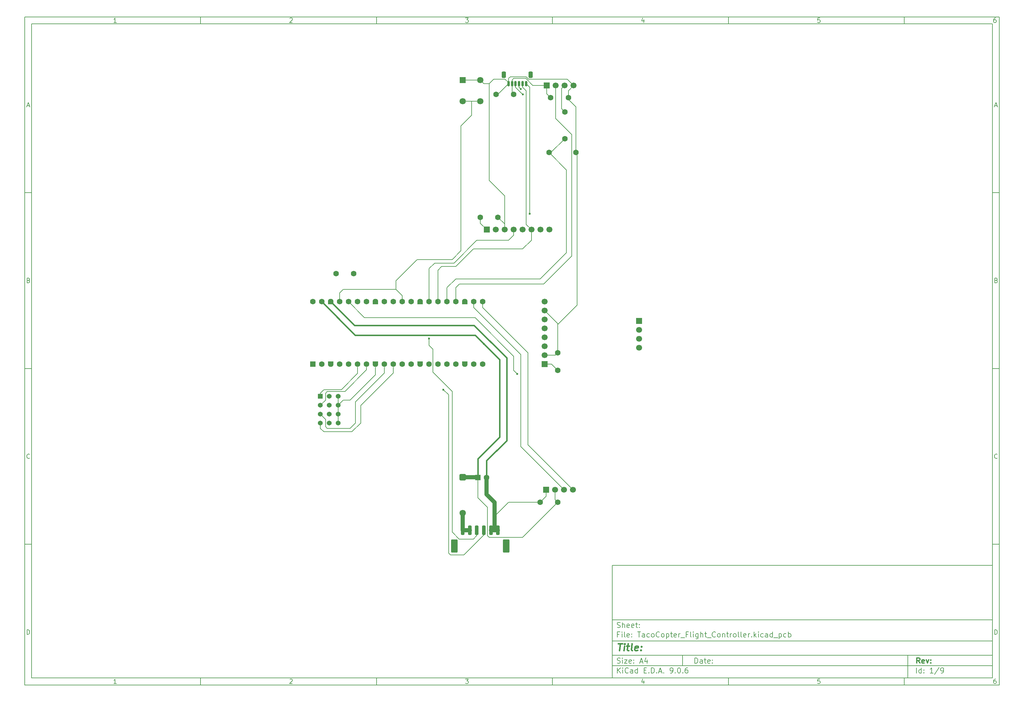
<source format=gtl>
%TF.GenerationSoftware,KiCad,Pcbnew,9.0.6*%
%TF.CreationDate,2025-12-23T20:17:24-05:00*%
%TF.ProjectId,TacoCopter_Flight_Controller,5461636f-436f-4707-9465-725f466c6967,rev?*%
%TF.SameCoordinates,Original*%
%TF.FileFunction,Copper,L1,Top*%
%TF.FilePolarity,Positive*%
%FSLAX46Y46*%
G04 Gerber Fmt 4.6, Leading zero omitted, Abs format (unit mm)*
G04 Created by KiCad (PCBNEW 9.0.6) date 2025-12-23 20:17:24*
%MOMM*%
%LPD*%
G01*
G04 APERTURE LIST*
G04 Aperture macros list*
%AMRoundRect*
0 Rectangle with rounded corners*
0 $1 Rounding radius*
0 $2 $3 $4 $5 $6 $7 $8 $9 X,Y pos of 4 corners*
0 Add a 4 corners polygon primitive as box body*
4,1,4,$2,$3,$4,$5,$6,$7,$8,$9,$2,$3,0*
0 Add four circle primitives for the rounded corners*
1,1,$1+$1,$2,$3*
1,1,$1+$1,$4,$5*
1,1,$1+$1,$6,$7*
1,1,$1+$1,$8,$9*
0 Add four rect primitives between the rounded corners*
20,1,$1+$1,$2,$3,$4,$5,0*
20,1,$1+$1,$4,$5,$6,$7,0*
20,1,$1+$1,$6,$7,$8,$9,0*
20,1,$1+$1,$8,$9,$2,$3,0*%
%AMFreePoly0*
4,1,37,0.603843,0.796157,0.639018,0.796157,0.711114,0.766294,0.766294,0.711114,0.796157,0.639018,0.796157,0.603843,0.800000,0.600000,0.800000,-0.600000,0.796157,-0.603843,0.796157,-0.639018,0.766294,-0.711114,0.711114,-0.766294,0.639018,-0.796157,0.603843,-0.796157,0.600000,-0.800000,0.000000,-0.800000,0.000000,-0.796148,-0.078414,-0.796148,-0.232228,-0.765552,-0.377117,-0.705537,
-0.507515,-0.618408,-0.618408,-0.507515,-0.705537,-0.377117,-0.765552,-0.232228,-0.796148,-0.078414,-0.796148,0.078414,-0.765552,0.232228,-0.705537,0.377117,-0.618408,0.507515,-0.507515,0.618408,-0.377117,0.705537,-0.232228,0.765552,-0.078414,0.796148,0.000000,0.796148,0.000000,0.800000,0.600000,0.800000,0.603843,0.796157,0.603843,0.796157,$1*%
%AMFreePoly1*
4,1,37,0.000000,0.796148,0.078414,0.796148,0.232228,0.765552,0.377117,0.705537,0.507515,0.618408,0.618408,0.507515,0.705537,0.377117,0.765552,0.232228,0.796148,0.078414,0.796148,-0.078414,0.765552,-0.232228,0.705537,-0.377117,0.618408,-0.507515,0.507515,-0.618408,0.377117,-0.705537,0.232228,-0.765552,0.078414,-0.796148,0.000000,-0.796148,0.000000,-0.800000,-0.600000,-0.800000,
-0.603843,-0.796157,-0.639018,-0.796157,-0.711114,-0.766294,-0.766294,-0.711114,-0.796157,-0.639018,-0.796157,-0.603843,-0.800000,-0.600000,-0.800000,0.600000,-0.796157,0.603843,-0.796157,0.639018,-0.766294,0.711114,-0.711114,0.766294,-0.639018,0.796157,-0.603843,0.796157,-0.600000,0.800000,0.000000,0.800000,0.000000,0.796148,0.000000,0.796148,$1*%
G04 Aperture macros list end*
%ADD10C,0.100000*%
%ADD11C,0.150000*%
%ADD12C,0.300000*%
%ADD13C,0.400000*%
%TA.AperFunction,ComponentPad*%
%ADD14RoundRect,0.200000X0.600000X-0.600000X0.600000X0.600000X-0.600000X0.600000X-0.600000X-0.600000X0*%
%TD*%
%TA.AperFunction,ComponentPad*%
%ADD15C,1.600000*%
%TD*%
%TA.AperFunction,ComponentPad*%
%ADD16FreePoly0,90.000000*%
%TD*%
%TA.AperFunction,ComponentPad*%
%ADD17FreePoly1,90.000000*%
%TD*%
%TA.AperFunction,SMDPad,CuDef*%
%ADD18RoundRect,0.150000X-0.150000X-0.625000X0.150000X-0.625000X0.150000X0.625000X-0.150000X0.625000X0*%
%TD*%
%TA.AperFunction,SMDPad,CuDef*%
%ADD19RoundRect,0.250000X-0.350000X-0.650000X0.350000X-0.650000X0.350000X0.650000X-0.350000X0.650000X0*%
%TD*%
%TA.AperFunction,ComponentPad*%
%ADD20R,1.700000X1.700000*%
%TD*%
%TA.AperFunction,ComponentPad*%
%ADD21C,1.700000*%
%TD*%
%TA.AperFunction,ComponentPad*%
%ADD22RoundRect,0.250000X-0.550000X-0.550000X0.550000X-0.550000X0.550000X0.550000X-0.550000X0.550000X0*%
%TD*%
%TA.AperFunction,SMDPad,CuDef*%
%ADD23RoundRect,0.250000X-0.250000X-1.100000X0.250000X-1.100000X0.250000X1.100000X-0.250000X1.100000X0*%
%TD*%
%TA.AperFunction,SMDPad,CuDef*%
%ADD24RoundRect,0.250000X-0.650000X-1.650000X0.650000X-1.650000X0.650000X1.650000X-0.650000X1.650000X0*%
%TD*%
%TA.AperFunction,ComponentPad*%
%ADD25R,1.370000X1.370000*%
%TD*%
%TA.AperFunction,ComponentPad*%
%ADD26C,1.370000*%
%TD*%
%TA.AperFunction,ComponentPad*%
%ADD27RoundRect,0.250000X-0.650000X0.650000X-0.650000X-0.650000X0.650000X-0.650000X0.650000X0.650000X0*%
%TD*%
%TA.AperFunction,ComponentPad*%
%ADD28C,1.800000*%
%TD*%
%TA.AperFunction,ComponentPad*%
%ADD29R,1.800000X1.800000*%
%TD*%
%TA.AperFunction,ViaPad*%
%ADD30C,0.600000*%
%TD*%
%TA.AperFunction,Conductor*%
%ADD31C,0.200000*%
%TD*%
%TA.AperFunction,Conductor*%
%ADD32C,0.400000*%
%TD*%
%TA.AperFunction,Conductor*%
%ADD33C,1.200000*%
%TD*%
G04 APERTURE END LIST*
D10*
D11*
X177002200Y-166007200D02*
X285002200Y-166007200D01*
X285002200Y-198007200D01*
X177002200Y-198007200D01*
X177002200Y-166007200D01*
D10*
D11*
X10000000Y-10000000D02*
X287002200Y-10000000D01*
X287002200Y-200007200D01*
X10000000Y-200007200D01*
X10000000Y-10000000D01*
D10*
D11*
X12000000Y-12000000D02*
X285002200Y-12000000D01*
X285002200Y-198007200D01*
X12000000Y-198007200D01*
X12000000Y-12000000D01*
D10*
D11*
X60000000Y-12000000D02*
X60000000Y-10000000D01*
D10*
D11*
X110000000Y-12000000D02*
X110000000Y-10000000D01*
D10*
D11*
X160000000Y-12000000D02*
X160000000Y-10000000D01*
D10*
D11*
X210000000Y-12000000D02*
X210000000Y-10000000D01*
D10*
D11*
X260000000Y-12000000D02*
X260000000Y-10000000D01*
D10*
D11*
X36089160Y-11593604D02*
X35346303Y-11593604D01*
X35717731Y-11593604D02*
X35717731Y-10293604D01*
X35717731Y-10293604D02*
X35593922Y-10479319D01*
X35593922Y-10479319D02*
X35470112Y-10603128D01*
X35470112Y-10603128D02*
X35346303Y-10665033D01*
D10*
D11*
X85346303Y-10417414D02*
X85408207Y-10355509D01*
X85408207Y-10355509D02*
X85532017Y-10293604D01*
X85532017Y-10293604D02*
X85841541Y-10293604D01*
X85841541Y-10293604D02*
X85965350Y-10355509D01*
X85965350Y-10355509D02*
X86027255Y-10417414D01*
X86027255Y-10417414D02*
X86089160Y-10541223D01*
X86089160Y-10541223D02*
X86089160Y-10665033D01*
X86089160Y-10665033D02*
X86027255Y-10850747D01*
X86027255Y-10850747D02*
X85284398Y-11593604D01*
X85284398Y-11593604D02*
X86089160Y-11593604D01*
D10*
D11*
X135284398Y-10293604D02*
X136089160Y-10293604D01*
X136089160Y-10293604D02*
X135655826Y-10788842D01*
X135655826Y-10788842D02*
X135841541Y-10788842D01*
X135841541Y-10788842D02*
X135965350Y-10850747D01*
X135965350Y-10850747D02*
X136027255Y-10912652D01*
X136027255Y-10912652D02*
X136089160Y-11036461D01*
X136089160Y-11036461D02*
X136089160Y-11345985D01*
X136089160Y-11345985D02*
X136027255Y-11469795D01*
X136027255Y-11469795D02*
X135965350Y-11531700D01*
X135965350Y-11531700D02*
X135841541Y-11593604D01*
X135841541Y-11593604D02*
X135470112Y-11593604D01*
X135470112Y-11593604D02*
X135346303Y-11531700D01*
X135346303Y-11531700D02*
X135284398Y-11469795D01*
D10*
D11*
X185965350Y-10726938D02*
X185965350Y-11593604D01*
X185655826Y-10231700D02*
X185346303Y-11160271D01*
X185346303Y-11160271D02*
X186151064Y-11160271D01*
D10*
D11*
X236027255Y-10293604D02*
X235408207Y-10293604D01*
X235408207Y-10293604D02*
X235346303Y-10912652D01*
X235346303Y-10912652D02*
X235408207Y-10850747D01*
X235408207Y-10850747D02*
X235532017Y-10788842D01*
X235532017Y-10788842D02*
X235841541Y-10788842D01*
X235841541Y-10788842D02*
X235965350Y-10850747D01*
X235965350Y-10850747D02*
X236027255Y-10912652D01*
X236027255Y-10912652D02*
X236089160Y-11036461D01*
X236089160Y-11036461D02*
X236089160Y-11345985D01*
X236089160Y-11345985D02*
X236027255Y-11469795D01*
X236027255Y-11469795D02*
X235965350Y-11531700D01*
X235965350Y-11531700D02*
X235841541Y-11593604D01*
X235841541Y-11593604D02*
X235532017Y-11593604D01*
X235532017Y-11593604D02*
X235408207Y-11531700D01*
X235408207Y-11531700D02*
X235346303Y-11469795D01*
D10*
D11*
X285965350Y-10293604D02*
X285717731Y-10293604D01*
X285717731Y-10293604D02*
X285593922Y-10355509D01*
X285593922Y-10355509D02*
X285532017Y-10417414D01*
X285532017Y-10417414D02*
X285408207Y-10603128D01*
X285408207Y-10603128D02*
X285346303Y-10850747D01*
X285346303Y-10850747D02*
X285346303Y-11345985D01*
X285346303Y-11345985D02*
X285408207Y-11469795D01*
X285408207Y-11469795D02*
X285470112Y-11531700D01*
X285470112Y-11531700D02*
X285593922Y-11593604D01*
X285593922Y-11593604D02*
X285841541Y-11593604D01*
X285841541Y-11593604D02*
X285965350Y-11531700D01*
X285965350Y-11531700D02*
X286027255Y-11469795D01*
X286027255Y-11469795D02*
X286089160Y-11345985D01*
X286089160Y-11345985D02*
X286089160Y-11036461D01*
X286089160Y-11036461D02*
X286027255Y-10912652D01*
X286027255Y-10912652D02*
X285965350Y-10850747D01*
X285965350Y-10850747D02*
X285841541Y-10788842D01*
X285841541Y-10788842D02*
X285593922Y-10788842D01*
X285593922Y-10788842D02*
X285470112Y-10850747D01*
X285470112Y-10850747D02*
X285408207Y-10912652D01*
X285408207Y-10912652D02*
X285346303Y-11036461D01*
D10*
D11*
X60000000Y-198007200D02*
X60000000Y-200007200D01*
D10*
D11*
X110000000Y-198007200D02*
X110000000Y-200007200D01*
D10*
D11*
X160000000Y-198007200D02*
X160000000Y-200007200D01*
D10*
D11*
X210000000Y-198007200D02*
X210000000Y-200007200D01*
D10*
D11*
X260000000Y-198007200D02*
X260000000Y-200007200D01*
D10*
D11*
X36089160Y-199600804D02*
X35346303Y-199600804D01*
X35717731Y-199600804D02*
X35717731Y-198300804D01*
X35717731Y-198300804D02*
X35593922Y-198486519D01*
X35593922Y-198486519D02*
X35470112Y-198610328D01*
X35470112Y-198610328D02*
X35346303Y-198672233D01*
D10*
D11*
X85346303Y-198424614D02*
X85408207Y-198362709D01*
X85408207Y-198362709D02*
X85532017Y-198300804D01*
X85532017Y-198300804D02*
X85841541Y-198300804D01*
X85841541Y-198300804D02*
X85965350Y-198362709D01*
X85965350Y-198362709D02*
X86027255Y-198424614D01*
X86027255Y-198424614D02*
X86089160Y-198548423D01*
X86089160Y-198548423D02*
X86089160Y-198672233D01*
X86089160Y-198672233D02*
X86027255Y-198857947D01*
X86027255Y-198857947D02*
X85284398Y-199600804D01*
X85284398Y-199600804D02*
X86089160Y-199600804D01*
D10*
D11*
X135284398Y-198300804D02*
X136089160Y-198300804D01*
X136089160Y-198300804D02*
X135655826Y-198796042D01*
X135655826Y-198796042D02*
X135841541Y-198796042D01*
X135841541Y-198796042D02*
X135965350Y-198857947D01*
X135965350Y-198857947D02*
X136027255Y-198919852D01*
X136027255Y-198919852D02*
X136089160Y-199043661D01*
X136089160Y-199043661D02*
X136089160Y-199353185D01*
X136089160Y-199353185D02*
X136027255Y-199476995D01*
X136027255Y-199476995D02*
X135965350Y-199538900D01*
X135965350Y-199538900D02*
X135841541Y-199600804D01*
X135841541Y-199600804D02*
X135470112Y-199600804D01*
X135470112Y-199600804D02*
X135346303Y-199538900D01*
X135346303Y-199538900D02*
X135284398Y-199476995D01*
D10*
D11*
X185965350Y-198734138D02*
X185965350Y-199600804D01*
X185655826Y-198238900D02*
X185346303Y-199167471D01*
X185346303Y-199167471D02*
X186151064Y-199167471D01*
D10*
D11*
X236027255Y-198300804D02*
X235408207Y-198300804D01*
X235408207Y-198300804D02*
X235346303Y-198919852D01*
X235346303Y-198919852D02*
X235408207Y-198857947D01*
X235408207Y-198857947D02*
X235532017Y-198796042D01*
X235532017Y-198796042D02*
X235841541Y-198796042D01*
X235841541Y-198796042D02*
X235965350Y-198857947D01*
X235965350Y-198857947D02*
X236027255Y-198919852D01*
X236027255Y-198919852D02*
X236089160Y-199043661D01*
X236089160Y-199043661D02*
X236089160Y-199353185D01*
X236089160Y-199353185D02*
X236027255Y-199476995D01*
X236027255Y-199476995D02*
X235965350Y-199538900D01*
X235965350Y-199538900D02*
X235841541Y-199600804D01*
X235841541Y-199600804D02*
X235532017Y-199600804D01*
X235532017Y-199600804D02*
X235408207Y-199538900D01*
X235408207Y-199538900D02*
X235346303Y-199476995D01*
D10*
D11*
X285965350Y-198300804D02*
X285717731Y-198300804D01*
X285717731Y-198300804D02*
X285593922Y-198362709D01*
X285593922Y-198362709D02*
X285532017Y-198424614D01*
X285532017Y-198424614D02*
X285408207Y-198610328D01*
X285408207Y-198610328D02*
X285346303Y-198857947D01*
X285346303Y-198857947D02*
X285346303Y-199353185D01*
X285346303Y-199353185D02*
X285408207Y-199476995D01*
X285408207Y-199476995D02*
X285470112Y-199538900D01*
X285470112Y-199538900D02*
X285593922Y-199600804D01*
X285593922Y-199600804D02*
X285841541Y-199600804D01*
X285841541Y-199600804D02*
X285965350Y-199538900D01*
X285965350Y-199538900D02*
X286027255Y-199476995D01*
X286027255Y-199476995D02*
X286089160Y-199353185D01*
X286089160Y-199353185D02*
X286089160Y-199043661D01*
X286089160Y-199043661D02*
X286027255Y-198919852D01*
X286027255Y-198919852D02*
X285965350Y-198857947D01*
X285965350Y-198857947D02*
X285841541Y-198796042D01*
X285841541Y-198796042D02*
X285593922Y-198796042D01*
X285593922Y-198796042D02*
X285470112Y-198857947D01*
X285470112Y-198857947D02*
X285408207Y-198919852D01*
X285408207Y-198919852D02*
X285346303Y-199043661D01*
D10*
D11*
X10000000Y-60000000D02*
X12000000Y-60000000D01*
D10*
D11*
X10000000Y-110000000D02*
X12000000Y-110000000D01*
D10*
D11*
X10000000Y-160000000D02*
X12000000Y-160000000D01*
D10*
D11*
X10690476Y-35222176D02*
X11309523Y-35222176D01*
X10566666Y-35593604D02*
X10999999Y-34293604D01*
X10999999Y-34293604D02*
X11433333Y-35593604D01*
D10*
D11*
X11092857Y-84912652D02*
X11278571Y-84974557D01*
X11278571Y-84974557D02*
X11340476Y-85036461D01*
X11340476Y-85036461D02*
X11402380Y-85160271D01*
X11402380Y-85160271D02*
X11402380Y-85345985D01*
X11402380Y-85345985D02*
X11340476Y-85469795D01*
X11340476Y-85469795D02*
X11278571Y-85531700D01*
X11278571Y-85531700D02*
X11154761Y-85593604D01*
X11154761Y-85593604D02*
X10659523Y-85593604D01*
X10659523Y-85593604D02*
X10659523Y-84293604D01*
X10659523Y-84293604D02*
X11092857Y-84293604D01*
X11092857Y-84293604D02*
X11216666Y-84355509D01*
X11216666Y-84355509D02*
X11278571Y-84417414D01*
X11278571Y-84417414D02*
X11340476Y-84541223D01*
X11340476Y-84541223D02*
X11340476Y-84665033D01*
X11340476Y-84665033D02*
X11278571Y-84788842D01*
X11278571Y-84788842D02*
X11216666Y-84850747D01*
X11216666Y-84850747D02*
X11092857Y-84912652D01*
X11092857Y-84912652D02*
X10659523Y-84912652D01*
D10*
D11*
X11402380Y-135469795D02*
X11340476Y-135531700D01*
X11340476Y-135531700D02*
X11154761Y-135593604D01*
X11154761Y-135593604D02*
X11030952Y-135593604D01*
X11030952Y-135593604D02*
X10845238Y-135531700D01*
X10845238Y-135531700D02*
X10721428Y-135407890D01*
X10721428Y-135407890D02*
X10659523Y-135284080D01*
X10659523Y-135284080D02*
X10597619Y-135036461D01*
X10597619Y-135036461D02*
X10597619Y-134850747D01*
X10597619Y-134850747D02*
X10659523Y-134603128D01*
X10659523Y-134603128D02*
X10721428Y-134479319D01*
X10721428Y-134479319D02*
X10845238Y-134355509D01*
X10845238Y-134355509D02*
X11030952Y-134293604D01*
X11030952Y-134293604D02*
X11154761Y-134293604D01*
X11154761Y-134293604D02*
X11340476Y-134355509D01*
X11340476Y-134355509D02*
X11402380Y-134417414D01*
D10*
D11*
X10659523Y-185593604D02*
X10659523Y-184293604D01*
X10659523Y-184293604D02*
X10969047Y-184293604D01*
X10969047Y-184293604D02*
X11154761Y-184355509D01*
X11154761Y-184355509D02*
X11278571Y-184479319D01*
X11278571Y-184479319D02*
X11340476Y-184603128D01*
X11340476Y-184603128D02*
X11402380Y-184850747D01*
X11402380Y-184850747D02*
X11402380Y-185036461D01*
X11402380Y-185036461D02*
X11340476Y-185284080D01*
X11340476Y-185284080D02*
X11278571Y-185407890D01*
X11278571Y-185407890D02*
X11154761Y-185531700D01*
X11154761Y-185531700D02*
X10969047Y-185593604D01*
X10969047Y-185593604D02*
X10659523Y-185593604D01*
D10*
D11*
X287002200Y-60000000D02*
X285002200Y-60000000D01*
D10*
D11*
X287002200Y-110000000D02*
X285002200Y-110000000D01*
D10*
D11*
X287002200Y-160000000D02*
X285002200Y-160000000D01*
D10*
D11*
X285692676Y-35222176D02*
X286311723Y-35222176D01*
X285568866Y-35593604D02*
X286002199Y-34293604D01*
X286002199Y-34293604D02*
X286435533Y-35593604D01*
D10*
D11*
X286095057Y-84912652D02*
X286280771Y-84974557D01*
X286280771Y-84974557D02*
X286342676Y-85036461D01*
X286342676Y-85036461D02*
X286404580Y-85160271D01*
X286404580Y-85160271D02*
X286404580Y-85345985D01*
X286404580Y-85345985D02*
X286342676Y-85469795D01*
X286342676Y-85469795D02*
X286280771Y-85531700D01*
X286280771Y-85531700D02*
X286156961Y-85593604D01*
X286156961Y-85593604D02*
X285661723Y-85593604D01*
X285661723Y-85593604D02*
X285661723Y-84293604D01*
X285661723Y-84293604D02*
X286095057Y-84293604D01*
X286095057Y-84293604D02*
X286218866Y-84355509D01*
X286218866Y-84355509D02*
X286280771Y-84417414D01*
X286280771Y-84417414D02*
X286342676Y-84541223D01*
X286342676Y-84541223D02*
X286342676Y-84665033D01*
X286342676Y-84665033D02*
X286280771Y-84788842D01*
X286280771Y-84788842D02*
X286218866Y-84850747D01*
X286218866Y-84850747D02*
X286095057Y-84912652D01*
X286095057Y-84912652D02*
X285661723Y-84912652D01*
D10*
D11*
X286404580Y-135469795D02*
X286342676Y-135531700D01*
X286342676Y-135531700D02*
X286156961Y-135593604D01*
X286156961Y-135593604D02*
X286033152Y-135593604D01*
X286033152Y-135593604D02*
X285847438Y-135531700D01*
X285847438Y-135531700D02*
X285723628Y-135407890D01*
X285723628Y-135407890D02*
X285661723Y-135284080D01*
X285661723Y-135284080D02*
X285599819Y-135036461D01*
X285599819Y-135036461D02*
X285599819Y-134850747D01*
X285599819Y-134850747D02*
X285661723Y-134603128D01*
X285661723Y-134603128D02*
X285723628Y-134479319D01*
X285723628Y-134479319D02*
X285847438Y-134355509D01*
X285847438Y-134355509D02*
X286033152Y-134293604D01*
X286033152Y-134293604D02*
X286156961Y-134293604D01*
X286156961Y-134293604D02*
X286342676Y-134355509D01*
X286342676Y-134355509D02*
X286404580Y-134417414D01*
D10*
D11*
X285661723Y-185593604D02*
X285661723Y-184293604D01*
X285661723Y-184293604D02*
X285971247Y-184293604D01*
X285971247Y-184293604D02*
X286156961Y-184355509D01*
X286156961Y-184355509D02*
X286280771Y-184479319D01*
X286280771Y-184479319D02*
X286342676Y-184603128D01*
X286342676Y-184603128D02*
X286404580Y-184850747D01*
X286404580Y-184850747D02*
X286404580Y-185036461D01*
X286404580Y-185036461D02*
X286342676Y-185284080D01*
X286342676Y-185284080D02*
X286280771Y-185407890D01*
X286280771Y-185407890D02*
X286156961Y-185531700D01*
X286156961Y-185531700D02*
X285971247Y-185593604D01*
X285971247Y-185593604D02*
X285661723Y-185593604D01*
D10*
D11*
X200458026Y-193793328D02*
X200458026Y-192293328D01*
X200458026Y-192293328D02*
X200815169Y-192293328D01*
X200815169Y-192293328D02*
X201029455Y-192364757D01*
X201029455Y-192364757D02*
X201172312Y-192507614D01*
X201172312Y-192507614D02*
X201243741Y-192650471D01*
X201243741Y-192650471D02*
X201315169Y-192936185D01*
X201315169Y-192936185D02*
X201315169Y-193150471D01*
X201315169Y-193150471D02*
X201243741Y-193436185D01*
X201243741Y-193436185D02*
X201172312Y-193579042D01*
X201172312Y-193579042D02*
X201029455Y-193721900D01*
X201029455Y-193721900D02*
X200815169Y-193793328D01*
X200815169Y-193793328D02*
X200458026Y-193793328D01*
X202600884Y-193793328D02*
X202600884Y-193007614D01*
X202600884Y-193007614D02*
X202529455Y-192864757D01*
X202529455Y-192864757D02*
X202386598Y-192793328D01*
X202386598Y-192793328D02*
X202100884Y-192793328D01*
X202100884Y-192793328D02*
X201958026Y-192864757D01*
X202600884Y-193721900D02*
X202458026Y-193793328D01*
X202458026Y-193793328D02*
X202100884Y-193793328D01*
X202100884Y-193793328D02*
X201958026Y-193721900D01*
X201958026Y-193721900D02*
X201886598Y-193579042D01*
X201886598Y-193579042D02*
X201886598Y-193436185D01*
X201886598Y-193436185D02*
X201958026Y-193293328D01*
X201958026Y-193293328D02*
X202100884Y-193221900D01*
X202100884Y-193221900D02*
X202458026Y-193221900D01*
X202458026Y-193221900D02*
X202600884Y-193150471D01*
X203100884Y-192793328D02*
X203672312Y-192793328D01*
X203315169Y-192293328D02*
X203315169Y-193579042D01*
X203315169Y-193579042D02*
X203386598Y-193721900D01*
X203386598Y-193721900D02*
X203529455Y-193793328D01*
X203529455Y-193793328D02*
X203672312Y-193793328D01*
X204743741Y-193721900D02*
X204600884Y-193793328D01*
X204600884Y-193793328D02*
X204315170Y-193793328D01*
X204315170Y-193793328D02*
X204172312Y-193721900D01*
X204172312Y-193721900D02*
X204100884Y-193579042D01*
X204100884Y-193579042D02*
X204100884Y-193007614D01*
X204100884Y-193007614D02*
X204172312Y-192864757D01*
X204172312Y-192864757D02*
X204315170Y-192793328D01*
X204315170Y-192793328D02*
X204600884Y-192793328D01*
X204600884Y-192793328D02*
X204743741Y-192864757D01*
X204743741Y-192864757D02*
X204815170Y-193007614D01*
X204815170Y-193007614D02*
X204815170Y-193150471D01*
X204815170Y-193150471D02*
X204100884Y-193293328D01*
X205458026Y-193650471D02*
X205529455Y-193721900D01*
X205529455Y-193721900D02*
X205458026Y-193793328D01*
X205458026Y-193793328D02*
X205386598Y-193721900D01*
X205386598Y-193721900D02*
X205458026Y-193650471D01*
X205458026Y-193650471D02*
X205458026Y-193793328D01*
X205458026Y-192864757D02*
X205529455Y-192936185D01*
X205529455Y-192936185D02*
X205458026Y-193007614D01*
X205458026Y-193007614D02*
X205386598Y-192936185D01*
X205386598Y-192936185D02*
X205458026Y-192864757D01*
X205458026Y-192864757D02*
X205458026Y-193007614D01*
D10*
D11*
X177002200Y-194507200D02*
X285002200Y-194507200D01*
D10*
D11*
X178458026Y-196593328D02*
X178458026Y-195093328D01*
X179315169Y-196593328D02*
X178672312Y-195736185D01*
X179315169Y-195093328D02*
X178458026Y-195950471D01*
X179958026Y-196593328D02*
X179958026Y-195593328D01*
X179958026Y-195093328D02*
X179886598Y-195164757D01*
X179886598Y-195164757D02*
X179958026Y-195236185D01*
X179958026Y-195236185D02*
X180029455Y-195164757D01*
X180029455Y-195164757D02*
X179958026Y-195093328D01*
X179958026Y-195093328D02*
X179958026Y-195236185D01*
X181529455Y-196450471D02*
X181458027Y-196521900D01*
X181458027Y-196521900D02*
X181243741Y-196593328D01*
X181243741Y-196593328D02*
X181100884Y-196593328D01*
X181100884Y-196593328D02*
X180886598Y-196521900D01*
X180886598Y-196521900D02*
X180743741Y-196379042D01*
X180743741Y-196379042D02*
X180672312Y-196236185D01*
X180672312Y-196236185D02*
X180600884Y-195950471D01*
X180600884Y-195950471D02*
X180600884Y-195736185D01*
X180600884Y-195736185D02*
X180672312Y-195450471D01*
X180672312Y-195450471D02*
X180743741Y-195307614D01*
X180743741Y-195307614D02*
X180886598Y-195164757D01*
X180886598Y-195164757D02*
X181100884Y-195093328D01*
X181100884Y-195093328D02*
X181243741Y-195093328D01*
X181243741Y-195093328D02*
X181458027Y-195164757D01*
X181458027Y-195164757D02*
X181529455Y-195236185D01*
X182815170Y-196593328D02*
X182815170Y-195807614D01*
X182815170Y-195807614D02*
X182743741Y-195664757D01*
X182743741Y-195664757D02*
X182600884Y-195593328D01*
X182600884Y-195593328D02*
X182315170Y-195593328D01*
X182315170Y-195593328D02*
X182172312Y-195664757D01*
X182815170Y-196521900D02*
X182672312Y-196593328D01*
X182672312Y-196593328D02*
X182315170Y-196593328D01*
X182315170Y-196593328D02*
X182172312Y-196521900D01*
X182172312Y-196521900D02*
X182100884Y-196379042D01*
X182100884Y-196379042D02*
X182100884Y-196236185D01*
X182100884Y-196236185D02*
X182172312Y-196093328D01*
X182172312Y-196093328D02*
X182315170Y-196021900D01*
X182315170Y-196021900D02*
X182672312Y-196021900D01*
X182672312Y-196021900D02*
X182815170Y-195950471D01*
X184172313Y-196593328D02*
X184172313Y-195093328D01*
X184172313Y-196521900D02*
X184029455Y-196593328D01*
X184029455Y-196593328D02*
X183743741Y-196593328D01*
X183743741Y-196593328D02*
X183600884Y-196521900D01*
X183600884Y-196521900D02*
X183529455Y-196450471D01*
X183529455Y-196450471D02*
X183458027Y-196307614D01*
X183458027Y-196307614D02*
X183458027Y-195879042D01*
X183458027Y-195879042D02*
X183529455Y-195736185D01*
X183529455Y-195736185D02*
X183600884Y-195664757D01*
X183600884Y-195664757D02*
X183743741Y-195593328D01*
X183743741Y-195593328D02*
X184029455Y-195593328D01*
X184029455Y-195593328D02*
X184172313Y-195664757D01*
X186029455Y-195807614D02*
X186529455Y-195807614D01*
X186743741Y-196593328D02*
X186029455Y-196593328D01*
X186029455Y-196593328D02*
X186029455Y-195093328D01*
X186029455Y-195093328D02*
X186743741Y-195093328D01*
X187386598Y-196450471D02*
X187458027Y-196521900D01*
X187458027Y-196521900D02*
X187386598Y-196593328D01*
X187386598Y-196593328D02*
X187315170Y-196521900D01*
X187315170Y-196521900D02*
X187386598Y-196450471D01*
X187386598Y-196450471D02*
X187386598Y-196593328D01*
X188100884Y-196593328D02*
X188100884Y-195093328D01*
X188100884Y-195093328D02*
X188458027Y-195093328D01*
X188458027Y-195093328D02*
X188672313Y-195164757D01*
X188672313Y-195164757D02*
X188815170Y-195307614D01*
X188815170Y-195307614D02*
X188886599Y-195450471D01*
X188886599Y-195450471D02*
X188958027Y-195736185D01*
X188958027Y-195736185D02*
X188958027Y-195950471D01*
X188958027Y-195950471D02*
X188886599Y-196236185D01*
X188886599Y-196236185D02*
X188815170Y-196379042D01*
X188815170Y-196379042D02*
X188672313Y-196521900D01*
X188672313Y-196521900D02*
X188458027Y-196593328D01*
X188458027Y-196593328D02*
X188100884Y-196593328D01*
X189600884Y-196450471D02*
X189672313Y-196521900D01*
X189672313Y-196521900D02*
X189600884Y-196593328D01*
X189600884Y-196593328D02*
X189529456Y-196521900D01*
X189529456Y-196521900D02*
X189600884Y-196450471D01*
X189600884Y-196450471D02*
X189600884Y-196593328D01*
X190243742Y-196164757D02*
X190958028Y-196164757D01*
X190100885Y-196593328D02*
X190600885Y-195093328D01*
X190600885Y-195093328D02*
X191100885Y-196593328D01*
X191600884Y-196450471D02*
X191672313Y-196521900D01*
X191672313Y-196521900D02*
X191600884Y-196593328D01*
X191600884Y-196593328D02*
X191529456Y-196521900D01*
X191529456Y-196521900D02*
X191600884Y-196450471D01*
X191600884Y-196450471D02*
X191600884Y-196593328D01*
X193529456Y-196593328D02*
X193815170Y-196593328D01*
X193815170Y-196593328D02*
X193958027Y-196521900D01*
X193958027Y-196521900D02*
X194029456Y-196450471D01*
X194029456Y-196450471D02*
X194172313Y-196236185D01*
X194172313Y-196236185D02*
X194243742Y-195950471D01*
X194243742Y-195950471D02*
X194243742Y-195379042D01*
X194243742Y-195379042D02*
X194172313Y-195236185D01*
X194172313Y-195236185D02*
X194100885Y-195164757D01*
X194100885Y-195164757D02*
X193958027Y-195093328D01*
X193958027Y-195093328D02*
X193672313Y-195093328D01*
X193672313Y-195093328D02*
X193529456Y-195164757D01*
X193529456Y-195164757D02*
X193458027Y-195236185D01*
X193458027Y-195236185D02*
X193386599Y-195379042D01*
X193386599Y-195379042D02*
X193386599Y-195736185D01*
X193386599Y-195736185D02*
X193458027Y-195879042D01*
X193458027Y-195879042D02*
X193529456Y-195950471D01*
X193529456Y-195950471D02*
X193672313Y-196021900D01*
X193672313Y-196021900D02*
X193958027Y-196021900D01*
X193958027Y-196021900D02*
X194100885Y-195950471D01*
X194100885Y-195950471D02*
X194172313Y-195879042D01*
X194172313Y-195879042D02*
X194243742Y-195736185D01*
X194886598Y-196450471D02*
X194958027Y-196521900D01*
X194958027Y-196521900D02*
X194886598Y-196593328D01*
X194886598Y-196593328D02*
X194815170Y-196521900D01*
X194815170Y-196521900D02*
X194886598Y-196450471D01*
X194886598Y-196450471D02*
X194886598Y-196593328D01*
X195886599Y-195093328D02*
X196029456Y-195093328D01*
X196029456Y-195093328D02*
X196172313Y-195164757D01*
X196172313Y-195164757D02*
X196243742Y-195236185D01*
X196243742Y-195236185D02*
X196315170Y-195379042D01*
X196315170Y-195379042D02*
X196386599Y-195664757D01*
X196386599Y-195664757D02*
X196386599Y-196021900D01*
X196386599Y-196021900D02*
X196315170Y-196307614D01*
X196315170Y-196307614D02*
X196243742Y-196450471D01*
X196243742Y-196450471D02*
X196172313Y-196521900D01*
X196172313Y-196521900D02*
X196029456Y-196593328D01*
X196029456Y-196593328D02*
X195886599Y-196593328D01*
X195886599Y-196593328D02*
X195743742Y-196521900D01*
X195743742Y-196521900D02*
X195672313Y-196450471D01*
X195672313Y-196450471D02*
X195600884Y-196307614D01*
X195600884Y-196307614D02*
X195529456Y-196021900D01*
X195529456Y-196021900D02*
X195529456Y-195664757D01*
X195529456Y-195664757D02*
X195600884Y-195379042D01*
X195600884Y-195379042D02*
X195672313Y-195236185D01*
X195672313Y-195236185D02*
X195743742Y-195164757D01*
X195743742Y-195164757D02*
X195886599Y-195093328D01*
X197029455Y-196450471D02*
X197100884Y-196521900D01*
X197100884Y-196521900D02*
X197029455Y-196593328D01*
X197029455Y-196593328D02*
X196958027Y-196521900D01*
X196958027Y-196521900D02*
X197029455Y-196450471D01*
X197029455Y-196450471D02*
X197029455Y-196593328D01*
X198386599Y-195093328D02*
X198100884Y-195093328D01*
X198100884Y-195093328D02*
X197958027Y-195164757D01*
X197958027Y-195164757D02*
X197886599Y-195236185D01*
X197886599Y-195236185D02*
X197743741Y-195450471D01*
X197743741Y-195450471D02*
X197672313Y-195736185D01*
X197672313Y-195736185D02*
X197672313Y-196307614D01*
X197672313Y-196307614D02*
X197743741Y-196450471D01*
X197743741Y-196450471D02*
X197815170Y-196521900D01*
X197815170Y-196521900D02*
X197958027Y-196593328D01*
X197958027Y-196593328D02*
X198243741Y-196593328D01*
X198243741Y-196593328D02*
X198386599Y-196521900D01*
X198386599Y-196521900D02*
X198458027Y-196450471D01*
X198458027Y-196450471D02*
X198529456Y-196307614D01*
X198529456Y-196307614D02*
X198529456Y-195950471D01*
X198529456Y-195950471D02*
X198458027Y-195807614D01*
X198458027Y-195807614D02*
X198386599Y-195736185D01*
X198386599Y-195736185D02*
X198243741Y-195664757D01*
X198243741Y-195664757D02*
X197958027Y-195664757D01*
X197958027Y-195664757D02*
X197815170Y-195736185D01*
X197815170Y-195736185D02*
X197743741Y-195807614D01*
X197743741Y-195807614D02*
X197672313Y-195950471D01*
D10*
D11*
X177002200Y-191507200D02*
X285002200Y-191507200D01*
D10*
D12*
X264413853Y-193785528D02*
X263913853Y-193071242D01*
X263556710Y-193785528D02*
X263556710Y-192285528D01*
X263556710Y-192285528D02*
X264128139Y-192285528D01*
X264128139Y-192285528D02*
X264270996Y-192356957D01*
X264270996Y-192356957D02*
X264342425Y-192428385D01*
X264342425Y-192428385D02*
X264413853Y-192571242D01*
X264413853Y-192571242D02*
X264413853Y-192785528D01*
X264413853Y-192785528D02*
X264342425Y-192928385D01*
X264342425Y-192928385D02*
X264270996Y-192999814D01*
X264270996Y-192999814D02*
X264128139Y-193071242D01*
X264128139Y-193071242D02*
X263556710Y-193071242D01*
X265628139Y-193714100D02*
X265485282Y-193785528D01*
X265485282Y-193785528D02*
X265199568Y-193785528D01*
X265199568Y-193785528D02*
X265056710Y-193714100D01*
X265056710Y-193714100D02*
X264985282Y-193571242D01*
X264985282Y-193571242D02*
X264985282Y-192999814D01*
X264985282Y-192999814D02*
X265056710Y-192856957D01*
X265056710Y-192856957D02*
X265199568Y-192785528D01*
X265199568Y-192785528D02*
X265485282Y-192785528D01*
X265485282Y-192785528D02*
X265628139Y-192856957D01*
X265628139Y-192856957D02*
X265699568Y-192999814D01*
X265699568Y-192999814D02*
X265699568Y-193142671D01*
X265699568Y-193142671D02*
X264985282Y-193285528D01*
X266199567Y-192785528D02*
X266556710Y-193785528D01*
X266556710Y-193785528D02*
X266913853Y-192785528D01*
X267485281Y-193642671D02*
X267556710Y-193714100D01*
X267556710Y-193714100D02*
X267485281Y-193785528D01*
X267485281Y-193785528D02*
X267413853Y-193714100D01*
X267413853Y-193714100D02*
X267485281Y-193642671D01*
X267485281Y-193642671D02*
X267485281Y-193785528D01*
X267485281Y-192856957D02*
X267556710Y-192928385D01*
X267556710Y-192928385D02*
X267485281Y-192999814D01*
X267485281Y-192999814D02*
X267413853Y-192928385D01*
X267413853Y-192928385D02*
X267485281Y-192856957D01*
X267485281Y-192856957D02*
X267485281Y-192999814D01*
D10*
D11*
X178386598Y-193721900D02*
X178600884Y-193793328D01*
X178600884Y-193793328D02*
X178958026Y-193793328D01*
X178958026Y-193793328D02*
X179100884Y-193721900D01*
X179100884Y-193721900D02*
X179172312Y-193650471D01*
X179172312Y-193650471D02*
X179243741Y-193507614D01*
X179243741Y-193507614D02*
X179243741Y-193364757D01*
X179243741Y-193364757D02*
X179172312Y-193221900D01*
X179172312Y-193221900D02*
X179100884Y-193150471D01*
X179100884Y-193150471D02*
X178958026Y-193079042D01*
X178958026Y-193079042D02*
X178672312Y-193007614D01*
X178672312Y-193007614D02*
X178529455Y-192936185D01*
X178529455Y-192936185D02*
X178458026Y-192864757D01*
X178458026Y-192864757D02*
X178386598Y-192721900D01*
X178386598Y-192721900D02*
X178386598Y-192579042D01*
X178386598Y-192579042D02*
X178458026Y-192436185D01*
X178458026Y-192436185D02*
X178529455Y-192364757D01*
X178529455Y-192364757D02*
X178672312Y-192293328D01*
X178672312Y-192293328D02*
X179029455Y-192293328D01*
X179029455Y-192293328D02*
X179243741Y-192364757D01*
X179886597Y-193793328D02*
X179886597Y-192793328D01*
X179886597Y-192293328D02*
X179815169Y-192364757D01*
X179815169Y-192364757D02*
X179886597Y-192436185D01*
X179886597Y-192436185D02*
X179958026Y-192364757D01*
X179958026Y-192364757D02*
X179886597Y-192293328D01*
X179886597Y-192293328D02*
X179886597Y-192436185D01*
X180458026Y-192793328D02*
X181243741Y-192793328D01*
X181243741Y-192793328D02*
X180458026Y-193793328D01*
X180458026Y-193793328D02*
X181243741Y-193793328D01*
X182386598Y-193721900D02*
X182243741Y-193793328D01*
X182243741Y-193793328D02*
X181958027Y-193793328D01*
X181958027Y-193793328D02*
X181815169Y-193721900D01*
X181815169Y-193721900D02*
X181743741Y-193579042D01*
X181743741Y-193579042D02*
X181743741Y-193007614D01*
X181743741Y-193007614D02*
X181815169Y-192864757D01*
X181815169Y-192864757D02*
X181958027Y-192793328D01*
X181958027Y-192793328D02*
X182243741Y-192793328D01*
X182243741Y-192793328D02*
X182386598Y-192864757D01*
X182386598Y-192864757D02*
X182458027Y-193007614D01*
X182458027Y-193007614D02*
X182458027Y-193150471D01*
X182458027Y-193150471D02*
X181743741Y-193293328D01*
X183100883Y-193650471D02*
X183172312Y-193721900D01*
X183172312Y-193721900D02*
X183100883Y-193793328D01*
X183100883Y-193793328D02*
X183029455Y-193721900D01*
X183029455Y-193721900D02*
X183100883Y-193650471D01*
X183100883Y-193650471D02*
X183100883Y-193793328D01*
X183100883Y-192864757D02*
X183172312Y-192936185D01*
X183172312Y-192936185D02*
X183100883Y-193007614D01*
X183100883Y-193007614D02*
X183029455Y-192936185D01*
X183029455Y-192936185D02*
X183100883Y-192864757D01*
X183100883Y-192864757D02*
X183100883Y-193007614D01*
X184886598Y-193364757D02*
X185600884Y-193364757D01*
X184743741Y-193793328D02*
X185243741Y-192293328D01*
X185243741Y-192293328D02*
X185743741Y-193793328D01*
X186886598Y-192793328D02*
X186886598Y-193793328D01*
X186529455Y-192221900D02*
X186172312Y-193293328D01*
X186172312Y-193293328D02*
X187100883Y-193293328D01*
D10*
D11*
X263458026Y-196593328D02*
X263458026Y-195093328D01*
X264815170Y-196593328D02*
X264815170Y-195093328D01*
X264815170Y-196521900D02*
X264672312Y-196593328D01*
X264672312Y-196593328D02*
X264386598Y-196593328D01*
X264386598Y-196593328D02*
X264243741Y-196521900D01*
X264243741Y-196521900D02*
X264172312Y-196450471D01*
X264172312Y-196450471D02*
X264100884Y-196307614D01*
X264100884Y-196307614D02*
X264100884Y-195879042D01*
X264100884Y-195879042D02*
X264172312Y-195736185D01*
X264172312Y-195736185D02*
X264243741Y-195664757D01*
X264243741Y-195664757D02*
X264386598Y-195593328D01*
X264386598Y-195593328D02*
X264672312Y-195593328D01*
X264672312Y-195593328D02*
X264815170Y-195664757D01*
X265529455Y-196450471D02*
X265600884Y-196521900D01*
X265600884Y-196521900D02*
X265529455Y-196593328D01*
X265529455Y-196593328D02*
X265458027Y-196521900D01*
X265458027Y-196521900D02*
X265529455Y-196450471D01*
X265529455Y-196450471D02*
X265529455Y-196593328D01*
X265529455Y-195664757D02*
X265600884Y-195736185D01*
X265600884Y-195736185D02*
X265529455Y-195807614D01*
X265529455Y-195807614D02*
X265458027Y-195736185D01*
X265458027Y-195736185D02*
X265529455Y-195664757D01*
X265529455Y-195664757D02*
X265529455Y-195807614D01*
X268172313Y-196593328D02*
X267315170Y-196593328D01*
X267743741Y-196593328D02*
X267743741Y-195093328D01*
X267743741Y-195093328D02*
X267600884Y-195307614D01*
X267600884Y-195307614D02*
X267458027Y-195450471D01*
X267458027Y-195450471D02*
X267315170Y-195521900D01*
X269886598Y-195021900D02*
X268600884Y-196950471D01*
X270458027Y-196593328D02*
X270743741Y-196593328D01*
X270743741Y-196593328D02*
X270886598Y-196521900D01*
X270886598Y-196521900D02*
X270958027Y-196450471D01*
X270958027Y-196450471D02*
X271100884Y-196236185D01*
X271100884Y-196236185D02*
X271172313Y-195950471D01*
X271172313Y-195950471D02*
X271172313Y-195379042D01*
X271172313Y-195379042D02*
X271100884Y-195236185D01*
X271100884Y-195236185D02*
X271029456Y-195164757D01*
X271029456Y-195164757D02*
X270886598Y-195093328D01*
X270886598Y-195093328D02*
X270600884Y-195093328D01*
X270600884Y-195093328D02*
X270458027Y-195164757D01*
X270458027Y-195164757D02*
X270386598Y-195236185D01*
X270386598Y-195236185D02*
X270315170Y-195379042D01*
X270315170Y-195379042D02*
X270315170Y-195736185D01*
X270315170Y-195736185D02*
X270386598Y-195879042D01*
X270386598Y-195879042D02*
X270458027Y-195950471D01*
X270458027Y-195950471D02*
X270600884Y-196021900D01*
X270600884Y-196021900D02*
X270886598Y-196021900D01*
X270886598Y-196021900D02*
X271029456Y-195950471D01*
X271029456Y-195950471D02*
X271100884Y-195879042D01*
X271100884Y-195879042D02*
X271172313Y-195736185D01*
D10*
D11*
X177002200Y-187507200D02*
X285002200Y-187507200D01*
D10*
D13*
X178693928Y-188211638D02*
X179836785Y-188211638D01*
X179015357Y-190211638D02*
X179265357Y-188211638D01*
X180253452Y-190211638D02*
X180420119Y-188878304D01*
X180503452Y-188211638D02*
X180396309Y-188306876D01*
X180396309Y-188306876D02*
X180479643Y-188402114D01*
X180479643Y-188402114D02*
X180586786Y-188306876D01*
X180586786Y-188306876D02*
X180503452Y-188211638D01*
X180503452Y-188211638D02*
X180479643Y-188402114D01*
X181086786Y-188878304D02*
X181848690Y-188878304D01*
X181455833Y-188211638D02*
X181241548Y-189925923D01*
X181241548Y-189925923D02*
X181312976Y-190116400D01*
X181312976Y-190116400D02*
X181491548Y-190211638D01*
X181491548Y-190211638D02*
X181682024Y-190211638D01*
X182634405Y-190211638D02*
X182455833Y-190116400D01*
X182455833Y-190116400D02*
X182384405Y-189925923D01*
X182384405Y-189925923D02*
X182598690Y-188211638D01*
X184170119Y-190116400D02*
X183967738Y-190211638D01*
X183967738Y-190211638D02*
X183586785Y-190211638D01*
X183586785Y-190211638D02*
X183408214Y-190116400D01*
X183408214Y-190116400D02*
X183336785Y-189925923D01*
X183336785Y-189925923D02*
X183432024Y-189164019D01*
X183432024Y-189164019D02*
X183551071Y-188973542D01*
X183551071Y-188973542D02*
X183753452Y-188878304D01*
X183753452Y-188878304D02*
X184134404Y-188878304D01*
X184134404Y-188878304D02*
X184312976Y-188973542D01*
X184312976Y-188973542D02*
X184384404Y-189164019D01*
X184384404Y-189164019D02*
X184360595Y-189354495D01*
X184360595Y-189354495D02*
X183384404Y-189544971D01*
X185134405Y-190021161D02*
X185217738Y-190116400D01*
X185217738Y-190116400D02*
X185110595Y-190211638D01*
X185110595Y-190211638D02*
X185027262Y-190116400D01*
X185027262Y-190116400D02*
X185134405Y-190021161D01*
X185134405Y-190021161D02*
X185110595Y-190211638D01*
X185265357Y-188973542D02*
X185348690Y-189068780D01*
X185348690Y-189068780D02*
X185241548Y-189164019D01*
X185241548Y-189164019D02*
X185158214Y-189068780D01*
X185158214Y-189068780D02*
X185265357Y-188973542D01*
X185265357Y-188973542D02*
X185241548Y-189164019D01*
D10*
D11*
X178958026Y-185607614D02*
X178458026Y-185607614D01*
X178458026Y-186393328D02*
X178458026Y-184893328D01*
X178458026Y-184893328D02*
X179172312Y-184893328D01*
X179743740Y-186393328D02*
X179743740Y-185393328D01*
X179743740Y-184893328D02*
X179672312Y-184964757D01*
X179672312Y-184964757D02*
X179743740Y-185036185D01*
X179743740Y-185036185D02*
X179815169Y-184964757D01*
X179815169Y-184964757D02*
X179743740Y-184893328D01*
X179743740Y-184893328D02*
X179743740Y-185036185D01*
X180672312Y-186393328D02*
X180529455Y-186321900D01*
X180529455Y-186321900D02*
X180458026Y-186179042D01*
X180458026Y-186179042D02*
X180458026Y-184893328D01*
X181815169Y-186321900D02*
X181672312Y-186393328D01*
X181672312Y-186393328D02*
X181386598Y-186393328D01*
X181386598Y-186393328D02*
X181243740Y-186321900D01*
X181243740Y-186321900D02*
X181172312Y-186179042D01*
X181172312Y-186179042D02*
X181172312Y-185607614D01*
X181172312Y-185607614D02*
X181243740Y-185464757D01*
X181243740Y-185464757D02*
X181386598Y-185393328D01*
X181386598Y-185393328D02*
X181672312Y-185393328D01*
X181672312Y-185393328D02*
X181815169Y-185464757D01*
X181815169Y-185464757D02*
X181886598Y-185607614D01*
X181886598Y-185607614D02*
X181886598Y-185750471D01*
X181886598Y-185750471D02*
X181172312Y-185893328D01*
X182529454Y-186250471D02*
X182600883Y-186321900D01*
X182600883Y-186321900D02*
X182529454Y-186393328D01*
X182529454Y-186393328D02*
X182458026Y-186321900D01*
X182458026Y-186321900D02*
X182529454Y-186250471D01*
X182529454Y-186250471D02*
X182529454Y-186393328D01*
X182529454Y-185464757D02*
X182600883Y-185536185D01*
X182600883Y-185536185D02*
X182529454Y-185607614D01*
X182529454Y-185607614D02*
X182458026Y-185536185D01*
X182458026Y-185536185D02*
X182529454Y-185464757D01*
X182529454Y-185464757D02*
X182529454Y-185607614D01*
X184172312Y-184893328D02*
X185029455Y-184893328D01*
X184600883Y-186393328D02*
X184600883Y-184893328D01*
X186172312Y-186393328D02*
X186172312Y-185607614D01*
X186172312Y-185607614D02*
X186100883Y-185464757D01*
X186100883Y-185464757D02*
X185958026Y-185393328D01*
X185958026Y-185393328D02*
X185672312Y-185393328D01*
X185672312Y-185393328D02*
X185529454Y-185464757D01*
X186172312Y-186321900D02*
X186029454Y-186393328D01*
X186029454Y-186393328D02*
X185672312Y-186393328D01*
X185672312Y-186393328D02*
X185529454Y-186321900D01*
X185529454Y-186321900D02*
X185458026Y-186179042D01*
X185458026Y-186179042D02*
X185458026Y-186036185D01*
X185458026Y-186036185D02*
X185529454Y-185893328D01*
X185529454Y-185893328D02*
X185672312Y-185821900D01*
X185672312Y-185821900D02*
X186029454Y-185821900D01*
X186029454Y-185821900D02*
X186172312Y-185750471D01*
X187529455Y-186321900D02*
X187386597Y-186393328D01*
X187386597Y-186393328D02*
X187100883Y-186393328D01*
X187100883Y-186393328D02*
X186958026Y-186321900D01*
X186958026Y-186321900D02*
X186886597Y-186250471D01*
X186886597Y-186250471D02*
X186815169Y-186107614D01*
X186815169Y-186107614D02*
X186815169Y-185679042D01*
X186815169Y-185679042D02*
X186886597Y-185536185D01*
X186886597Y-185536185D02*
X186958026Y-185464757D01*
X186958026Y-185464757D02*
X187100883Y-185393328D01*
X187100883Y-185393328D02*
X187386597Y-185393328D01*
X187386597Y-185393328D02*
X187529455Y-185464757D01*
X188386597Y-186393328D02*
X188243740Y-186321900D01*
X188243740Y-186321900D02*
X188172311Y-186250471D01*
X188172311Y-186250471D02*
X188100883Y-186107614D01*
X188100883Y-186107614D02*
X188100883Y-185679042D01*
X188100883Y-185679042D02*
X188172311Y-185536185D01*
X188172311Y-185536185D02*
X188243740Y-185464757D01*
X188243740Y-185464757D02*
X188386597Y-185393328D01*
X188386597Y-185393328D02*
X188600883Y-185393328D01*
X188600883Y-185393328D02*
X188743740Y-185464757D01*
X188743740Y-185464757D02*
X188815169Y-185536185D01*
X188815169Y-185536185D02*
X188886597Y-185679042D01*
X188886597Y-185679042D02*
X188886597Y-186107614D01*
X188886597Y-186107614D02*
X188815169Y-186250471D01*
X188815169Y-186250471D02*
X188743740Y-186321900D01*
X188743740Y-186321900D02*
X188600883Y-186393328D01*
X188600883Y-186393328D02*
X188386597Y-186393328D01*
X190386597Y-186250471D02*
X190315169Y-186321900D01*
X190315169Y-186321900D02*
X190100883Y-186393328D01*
X190100883Y-186393328D02*
X189958026Y-186393328D01*
X189958026Y-186393328D02*
X189743740Y-186321900D01*
X189743740Y-186321900D02*
X189600883Y-186179042D01*
X189600883Y-186179042D02*
X189529454Y-186036185D01*
X189529454Y-186036185D02*
X189458026Y-185750471D01*
X189458026Y-185750471D02*
X189458026Y-185536185D01*
X189458026Y-185536185D02*
X189529454Y-185250471D01*
X189529454Y-185250471D02*
X189600883Y-185107614D01*
X189600883Y-185107614D02*
X189743740Y-184964757D01*
X189743740Y-184964757D02*
X189958026Y-184893328D01*
X189958026Y-184893328D02*
X190100883Y-184893328D01*
X190100883Y-184893328D02*
X190315169Y-184964757D01*
X190315169Y-184964757D02*
X190386597Y-185036185D01*
X191243740Y-186393328D02*
X191100883Y-186321900D01*
X191100883Y-186321900D02*
X191029454Y-186250471D01*
X191029454Y-186250471D02*
X190958026Y-186107614D01*
X190958026Y-186107614D02*
X190958026Y-185679042D01*
X190958026Y-185679042D02*
X191029454Y-185536185D01*
X191029454Y-185536185D02*
X191100883Y-185464757D01*
X191100883Y-185464757D02*
X191243740Y-185393328D01*
X191243740Y-185393328D02*
X191458026Y-185393328D01*
X191458026Y-185393328D02*
X191600883Y-185464757D01*
X191600883Y-185464757D02*
X191672312Y-185536185D01*
X191672312Y-185536185D02*
X191743740Y-185679042D01*
X191743740Y-185679042D02*
X191743740Y-186107614D01*
X191743740Y-186107614D02*
X191672312Y-186250471D01*
X191672312Y-186250471D02*
X191600883Y-186321900D01*
X191600883Y-186321900D02*
X191458026Y-186393328D01*
X191458026Y-186393328D02*
X191243740Y-186393328D01*
X192386597Y-185393328D02*
X192386597Y-186893328D01*
X192386597Y-185464757D02*
X192529455Y-185393328D01*
X192529455Y-185393328D02*
X192815169Y-185393328D01*
X192815169Y-185393328D02*
X192958026Y-185464757D01*
X192958026Y-185464757D02*
X193029455Y-185536185D01*
X193029455Y-185536185D02*
X193100883Y-185679042D01*
X193100883Y-185679042D02*
X193100883Y-186107614D01*
X193100883Y-186107614D02*
X193029455Y-186250471D01*
X193029455Y-186250471D02*
X192958026Y-186321900D01*
X192958026Y-186321900D02*
X192815169Y-186393328D01*
X192815169Y-186393328D02*
X192529455Y-186393328D01*
X192529455Y-186393328D02*
X192386597Y-186321900D01*
X193529455Y-185393328D02*
X194100883Y-185393328D01*
X193743740Y-184893328D02*
X193743740Y-186179042D01*
X193743740Y-186179042D02*
X193815169Y-186321900D01*
X193815169Y-186321900D02*
X193958026Y-186393328D01*
X193958026Y-186393328D02*
X194100883Y-186393328D01*
X195172312Y-186321900D02*
X195029455Y-186393328D01*
X195029455Y-186393328D02*
X194743741Y-186393328D01*
X194743741Y-186393328D02*
X194600883Y-186321900D01*
X194600883Y-186321900D02*
X194529455Y-186179042D01*
X194529455Y-186179042D02*
X194529455Y-185607614D01*
X194529455Y-185607614D02*
X194600883Y-185464757D01*
X194600883Y-185464757D02*
X194743741Y-185393328D01*
X194743741Y-185393328D02*
X195029455Y-185393328D01*
X195029455Y-185393328D02*
X195172312Y-185464757D01*
X195172312Y-185464757D02*
X195243741Y-185607614D01*
X195243741Y-185607614D02*
X195243741Y-185750471D01*
X195243741Y-185750471D02*
X194529455Y-185893328D01*
X195886597Y-186393328D02*
X195886597Y-185393328D01*
X195886597Y-185679042D02*
X195958026Y-185536185D01*
X195958026Y-185536185D02*
X196029455Y-185464757D01*
X196029455Y-185464757D02*
X196172312Y-185393328D01*
X196172312Y-185393328D02*
X196315169Y-185393328D01*
X196458026Y-186536185D02*
X197600883Y-186536185D01*
X198458025Y-185607614D02*
X197958025Y-185607614D01*
X197958025Y-186393328D02*
X197958025Y-184893328D01*
X197958025Y-184893328D02*
X198672311Y-184893328D01*
X199458025Y-186393328D02*
X199315168Y-186321900D01*
X199315168Y-186321900D02*
X199243739Y-186179042D01*
X199243739Y-186179042D02*
X199243739Y-184893328D01*
X200029453Y-186393328D02*
X200029453Y-185393328D01*
X200029453Y-184893328D02*
X199958025Y-184964757D01*
X199958025Y-184964757D02*
X200029453Y-185036185D01*
X200029453Y-185036185D02*
X200100882Y-184964757D01*
X200100882Y-184964757D02*
X200029453Y-184893328D01*
X200029453Y-184893328D02*
X200029453Y-185036185D01*
X201386597Y-185393328D02*
X201386597Y-186607614D01*
X201386597Y-186607614D02*
X201315168Y-186750471D01*
X201315168Y-186750471D02*
X201243739Y-186821900D01*
X201243739Y-186821900D02*
X201100882Y-186893328D01*
X201100882Y-186893328D02*
X200886597Y-186893328D01*
X200886597Y-186893328D02*
X200743739Y-186821900D01*
X201386597Y-186321900D02*
X201243739Y-186393328D01*
X201243739Y-186393328D02*
X200958025Y-186393328D01*
X200958025Y-186393328D02*
X200815168Y-186321900D01*
X200815168Y-186321900D02*
X200743739Y-186250471D01*
X200743739Y-186250471D02*
X200672311Y-186107614D01*
X200672311Y-186107614D02*
X200672311Y-185679042D01*
X200672311Y-185679042D02*
X200743739Y-185536185D01*
X200743739Y-185536185D02*
X200815168Y-185464757D01*
X200815168Y-185464757D02*
X200958025Y-185393328D01*
X200958025Y-185393328D02*
X201243739Y-185393328D01*
X201243739Y-185393328D02*
X201386597Y-185464757D01*
X202100882Y-186393328D02*
X202100882Y-184893328D01*
X202743740Y-186393328D02*
X202743740Y-185607614D01*
X202743740Y-185607614D02*
X202672311Y-185464757D01*
X202672311Y-185464757D02*
X202529454Y-185393328D01*
X202529454Y-185393328D02*
X202315168Y-185393328D01*
X202315168Y-185393328D02*
X202172311Y-185464757D01*
X202172311Y-185464757D02*
X202100882Y-185536185D01*
X203243740Y-185393328D02*
X203815168Y-185393328D01*
X203458025Y-184893328D02*
X203458025Y-186179042D01*
X203458025Y-186179042D02*
X203529454Y-186321900D01*
X203529454Y-186321900D02*
X203672311Y-186393328D01*
X203672311Y-186393328D02*
X203815168Y-186393328D01*
X203958026Y-186536185D02*
X205100883Y-186536185D01*
X206315168Y-186250471D02*
X206243740Y-186321900D01*
X206243740Y-186321900D02*
X206029454Y-186393328D01*
X206029454Y-186393328D02*
X205886597Y-186393328D01*
X205886597Y-186393328D02*
X205672311Y-186321900D01*
X205672311Y-186321900D02*
X205529454Y-186179042D01*
X205529454Y-186179042D02*
X205458025Y-186036185D01*
X205458025Y-186036185D02*
X205386597Y-185750471D01*
X205386597Y-185750471D02*
X205386597Y-185536185D01*
X205386597Y-185536185D02*
X205458025Y-185250471D01*
X205458025Y-185250471D02*
X205529454Y-185107614D01*
X205529454Y-185107614D02*
X205672311Y-184964757D01*
X205672311Y-184964757D02*
X205886597Y-184893328D01*
X205886597Y-184893328D02*
X206029454Y-184893328D01*
X206029454Y-184893328D02*
X206243740Y-184964757D01*
X206243740Y-184964757D02*
X206315168Y-185036185D01*
X207172311Y-186393328D02*
X207029454Y-186321900D01*
X207029454Y-186321900D02*
X206958025Y-186250471D01*
X206958025Y-186250471D02*
X206886597Y-186107614D01*
X206886597Y-186107614D02*
X206886597Y-185679042D01*
X206886597Y-185679042D02*
X206958025Y-185536185D01*
X206958025Y-185536185D02*
X207029454Y-185464757D01*
X207029454Y-185464757D02*
X207172311Y-185393328D01*
X207172311Y-185393328D02*
X207386597Y-185393328D01*
X207386597Y-185393328D02*
X207529454Y-185464757D01*
X207529454Y-185464757D02*
X207600883Y-185536185D01*
X207600883Y-185536185D02*
X207672311Y-185679042D01*
X207672311Y-185679042D02*
X207672311Y-186107614D01*
X207672311Y-186107614D02*
X207600883Y-186250471D01*
X207600883Y-186250471D02*
X207529454Y-186321900D01*
X207529454Y-186321900D02*
X207386597Y-186393328D01*
X207386597Y-186393328D02*
X207172311Y-186393328D01*
X208315168Y-185393328D02*
X208315168Y-186393328D01*
X208315168Y-185536185D02*
X208386597Y-185464757D01*
X208386597Y-185464757D02*
X208529454Y-185393328D01*
X208529454Y-185393328D02*
X208743740Y-185393328D01*
X208743740Y-185393328D02*
X208886597Y-185464757D01*
X208886597Y-185464757D02*
X208958026Y-185607614D01*
X208958026Y-185607614D02*
X208958026Y-186393328D01*
X209458026Y-185393328D02*
X210029454Y-185393328D01*
X209672311Y-184893328D02*
X209672311Y-186179042D01*
X209672311Y-186179042D02*
X209743740Y-186321900D01*
X209743740Y-186321900D02*
X209886597Y-186393328D01*
X209886597Y-186393328D02*
X210029454Y-186393328D01*
X210529454Y-186393328D02*
X210529454Y-185393328D01*
X210529454Y-185679042D02*
X210600883Y-185536185D01*
X210600883Y-185536185D02*
X210672312Y-185464757D01*
X210672312Y-185464757D02*
X210815169Y-185393328D01*
X210815169Y-185393328D02*
X210958026Y-185393328D01*
X211672311Y-186393328D02*
X211529454Y-186321900D01*
X211529454Y-186321900D02*
X211458025Y-186250471D01*
X211458025Y-186250471D02*
X211386597Y-186107614D01*
X211386597Y-186107614D02*
X211386597Y-185679042D01*
X211386597Y-185679042D02*
X211458025Y-185536185D01*
X211458025Y-185536185D02*
X211529454Y-185464757D01*
X211529454Y-185464757D02*
X211672311Y-185393328D01*
X211672311Y-185393328D02*
X211886597Y-185393328D01*
X211886597Y-185393328D02*
X212029454Y-185464757D01*
X212029454Y-185464757D02*
X212100883Y-185536185D01*
X212100883Y-185536185D02*
X212172311Y-185679042D01*
X212172311Y-185679042D02*
X212172311Y-186107614D01*
X212172311Y-186107614D02*
X212100883Y-186250471D01*
X212100883Y-186250471D02*
X212029454Y-186321900D01*
X212029454Y-186321900D02*
X211886597Y-186393328D01*
X211886597Y-186393328D02*
X211672311Y-186393328D01*
X213029454Y-186393328D02*
X212886597Y-186321900D01*
X212886597Y-186321900D02*
X212815168Y-186179042D01*
X212815168Y-186179042D02*
X212815168Y-184893328D01*
X213815168Y-186393328D02*
X213672311Y-186321900D01*
X213672311Y-186321900D02*
X213600882Y-186179042D01*
X213600882Y-186179042D02*
X213600882Y-184893328D01*
X214958025Y-186321900D02*
X214815168Y-186393328D01*
X214815168Y-186393328D02*
X214529454Y-186393328D01*
X214529454Y-186393328D02*
X214386596Y-186321900D01*
X214386596Y-186321900D02*
X214315168Y-186179042D01*
X214315168Y-186179042D02*
X214315168Y-185607614D01*
X214315168Y-185607614D02*
X214386596Y-185464757D01*
X214386596Y-185464757D02*
X214529454Y-185393328D01*
X214529454Y-185393328D02*
X214815168Y-185393328D01*
X214815168Y-185393328D02*
X214958025Y-185464757D01*
X214958025Y-185464757D02*
X215029454Y-185607614D01*
X215029454Y-185607614D02*
X215029454Y-185750471D01*
X215029454Y-185750471D02*
X214315168Y-185893328D01*
X215672310Y-186393328D02*
X215672310Y-185393328D01*
X215672310Y-185679042D02*
X215743739Y-185536185D01*
X215743739Y-185536185D02*
X215815168Y-185464757D01*
X215815168Y-185464757D02*
X215958025Y-185393328D01*
X215958025Y-185393328D02*
X216100882Y-185393328D01*
X216600881Y-186250471D02*
X216672310Y-186321900D01*
X216672310Y-186321900D02*
X216600881Y-186393328D01*
X216600881Y-186393328D02*
X216529453Y-186321900D01*
X216529453Y-186321900D02*
X216600881Y-186250471D01*
X216600881Y-186250471D02*
X216600881Y-186393328D01*
X217315167Y-186393328D02*
X217315167Y-184893328D01*
X217458025Y-185821900D02*
X217886596Y-186393328D01*
X217886596Y-185393328D02*
X217315167Y-185964757D01*
X218529453Y-186393328D02*
X218529453Y-185393328D01*
X218529453Y-184893328D02*
X218458025Y-184964757D01*
X218458025Y-184964757D02*
X218529453Y-185036185D01*
X218529453Y-185036185D02*
X218600882Y-184964757D01*
X218600882Y-184964757D02*
X218529453Y-184893328D01*
X218529453Y-184893328D02*
X218529453Y-185036185D01*
X219886597Y-186321900D02*
X219743739Y-186393328D01*
X219743739Y-186393328D02*
X219458025Y-186393328D01*
X219458025Y-186393328D02*
X219315168Y-186321900D01*
X219315168Y-186321900D02*
X219243739Y-186250471D01*
X219243739Y-186250471D02*
X219172311Y-186107614D01*
X219172311Y-186107614D02*
X219172311Y-185679042D01*
X219172311Y-185679042D02*
X219243739Y-185536185D01*
X219243739Y-185536185D02*
X219315168Y-185464757D01*
X219315168Y-185464757D02*
X219458025Y-185393328D01*
X219458025Y-185393328D02*
X219743739Y-185393328D01*
X219743739Y-185393328D02*
X219886597Y-185464757D01*
X221172311Y-186393328D02*
X221172311Y-185607614D01*
X221172311Y-185607614D02*
X221100882Y-185464757D01*
X221100882Y-185464757D02*
X220958025Y-185393328D01*
X220958025Y-185393328D02*
X220672311Y-185393328D01*
X220672311Y-185393328D02*
X220529453Y-185464757D01*
X221172311Y-186321900D02*
X221029453Y-186393328D01*
X221029453Y-186393328D02*
X220672311Y-186393328D01*
X220672311Y-186393328D02*
X220529453Y-186321900D01*
X220529453Y-186321900D02*
X220458025Y-186179042D01*
X220458025Y-186179042D02*
X220458025Y-186036185D01*
X220458025Y-186036185D02*
X220529453Y-185893328D01*
X220529453Y-185893328D02*
X220672311Y-185821900D01*
X220672311Y-185821900D02*
X221029453Y-185821900D01*
X221029453Y-185821900D02*
X221172311Y-185750471D01*
X222529454Y-186393328D02*
X222529454Y-184893328D01*
X222529454Y-186321900D02*
X222386596Y-186393328D01*
X222386596Y-186393328D02*
X222100882Y-186393328D01*
X222100882Y-186393328D02*
X221958025Y-186321900D01*
X221958025Y-186321900D02*
X221886596Y-186250471D01*
X221886596Y-186250471D02*
X221815168Y-186107614D01*
X221815168Y-186107614D02*
X221815168Y-185679042D01*
X221815168Y-185679042D02*
X221886596Y-185536185D01*
X221886596Y-185536185D02*
X221958025Y-185464757D01*
X221958025Y-185464757D02*
X222100882Y-185393328D01*
X222100882Y-185393328D02*
X222386596Y-185393328D01*
X222386596Y-185393328D02*
X222529454Y-185464757D01*
X222886597Y-186536185D02*
X224029454Y-186536185D01*
X224386596Y-185393328D02*
X224386596Y-186893328D01*
X224386596Y-185464757D02*
X224529454Y-185393328D01*
X224529454Y-185393328D02*
X224815168Y-185393328D01*
X224815168Y-185393328D02*
X224958025Y-185464757D01*
X224958025Y-185464757D02*
X225029454Y-185536185D01*
X225029454Y-185536185D02*
X225100882Y-185679042D01*
X225100882Y-185679042D02*
X225100882Y-186107614D01*
X225100882Y-186107614D02*
X225029454Y-186250471D01*
X225029454Y-186250471D02*
X224958025Y-186321900D01*
X224958025Y-186321900D02*
X224815168Y-186393328D01*
X224815168Y-186393328D02*
X224529454Y-186393328D01*
X224529454Y-186393328D02*
X224386596Y-186321900D01*
X226386597Y-186321900D02*
X226243739Y-186393328D01*
X226243739Y-186393328D02*
X225958025Y-186393328D01*
X225958025Y-186393328D02*
X225815168Y-186321900D01*
X225815168Y-186321900D02*
X225743739Y-186250471D01*
X225743739Y-186250471D02*
X225672311Y-186107614D01*
X225672311Y-186107614D02*
X225672311Y-185679042D01*
X225672311Y-185679042D02*
X225743739Y-185536185D01*
X225743739Y-185536185D02*
X225815168Y-185464757D01*
X225815168Y-185464757D02*
X225958025Y-185393328D01*
X225958025Y-185393328D02*
X226243739Y-185393328D01*
X226243739Y-185393328D02*
X226386597Y-185464757D01*
X227029453Y-186393328D02*
X227029453Y-184893328D01*
X227029453Y-185464757D02*
X227172311Y-185393328D01*
X227172311Y-185393328D02*
X227458025Y-185393328D01*
X227458025Y-185393328D02*
X227600882Y-185464757D01*
X227600882Y-185464757D02*
X227672311Y-185536185D01*
X227672311Y-185536185D02*
X227743739Y-185679042D01*
X227743739Y-185679042D02*
X227743739Y-186107614D01*
X227743739Y-186107614D02*
X227672311Y-186250471D01*
X227672311Y-186250471D02*
X227600882Y-186321900D01*
X227600882Y-186321900D02*
X227458025Y-186393328D01*
X227458025Y-186393328D02*
X227172311Y-186393328D01*
X227172311Y-186393328D02*
X227029453Y-186321900D01*
D10*
D11*
X177002200Y-181507200D02*
X285002200Y-181507200D01*
D10*
D11*
X178386598Y-183621900D02*
X178600884Y-183693328D01*
X178600884Y-183693328D02*
X178958026Y-183693328D01*
X178958026Y-183693328D02*
X179100884Y-183621900D01*
X179100884Y-183621900D02*
X179172312Y-183550471D01*
X179172312Y-183550471D02*
X179243741Y-183407614D01*
X179243741Y-183407614D02*
X179243741Y-183264757D01*
X179243741Y-183264757D02*
X179172312Y-183121900D01*
X179172312Y-183121900D02*
X179100884Y-183050471D01*
X179100884Y-183050471D02*
X178958026Y-182979042D01*
X178958026Y-182979042D02*
X178672312Y-182907614D01*
X178672312Y-182907614D02*
X178529455Y-182836185D01*
X178529455Y-182836185D02*
X178458026Y-182764757D01*
X178458026Y-182764757D02*
X178386598Y-182621900D01*
X178386598Y-182621900D02*
X178386598Y-182479042D01*
X178386598Y-182479042D02*
X178458026Y-182336185D01*
X178458026Y-182336185D02*
X178529455Y-182264757D01*
X178529455Y-182264757D02*
X178672312Y-182193328D01*
X178672312Y-182193328D02*
X179029455Y-182193328D01*
X179029455Y-182193328D02*
X179243741Y-182264757D01*
X179886597Y-183693328D02*
X179886597Y-182193328D01*
X180529455Y-183693328D02*
X180529455Y-182907614D01*
X180529455Y-182907614D02*
X180458026Y-182764757D01*
X180458026Y-182764757D02*
X180315169Y-182693328D01*
X180315169Y-182693328D02*
X180100883Y-182693328D01*
X180100883Y-182693328D02*
X179958026Y-182764757D01*
X179958026Y-182764757D02*
X179886597Y-182836185D01*
X181815169Y-183621900D02*
X181672312Y-183693328D01*
X181672312Y-183693328D02*
X181386598Y-183693328D01*
X181386598Y-183693328D02*
X181243740Y-183621900D01*
X181243740Y-183621900D02*
X181172312Y-183479042D01*
X181172312Y-183479042D02*
X181172312Y-182907614D01*
X181172312Y-182907614D02*
X181243740Y-182764757D01*
X181243740Y-182764757D02*
X181386598Y-182693328D01*
X181386598Y-182693328D02*
X181672312Y-182693328D01*
X181672312Y-182693328D02*
X181815169Y-182764757D01*
X181815169Y-182764757D02*
X181886598Y-182907614D01*
X181886598Y-182907614D02*
X181886598Y-183050471D01*
X181886598Y-183050471D02*
X181172312Y-183193328D01*
X183100883Y-183621900D02*
X182958026Y-183693328D01*
X182958026Y-183693328D02*
X182672312Y-183693328D01*
X182672312Y-183693328D02*
X182529454Y-183621900D01*
X182529454Y-183621900D02*
X182458026Y-183479042D01*
X182458026Y-183479042D02*
X182458026Y-182907614D01*
X182458026Y-182907614D02*
X182529454Y-182764757D01*
X182529454Y-182764757D02*
X182672312Y-182693328D01*
X182672312Y-182693328D02*
X182958026Y-182693328D01*
X182958026Y-182693328D02*
X183100883Y-182764757D01*
X183100883Y-182764757D02*
X183172312Y-182907614D01*
X183172312Y-182907614D02*
X183172312Y-183050471D01*
X183172312Y-183050471D02*
X182458026Y-183193328D01*
X183600883Y-182693328D02*
X184172311Y-182693328D01*
X183815168Y-182193328D02*
X183815168Y-183479042D01*
X183815168Y-183479042D02*
X183886597Y-183621900D01*
X183886597Y-183621900D02*
X184029454Y-183693328D01*
X184029454Y-183693328D02*
X184172311Y-183693328D01*
X184672311Y-183550471D02*
X184743740Y-183621900D01*
X184743740Y-183621900D02*
X184672311Y-183693328D01*
X184672311Y-183693328D02*
X184600883Y-183621900D01*
X184600883Y-183621900D02*
X184672311Y-183550471D01*
X184672311Y-183550471D02*
X184672311Y-183693328D01*
X184672311Y-182764757D02*
X184743740Y-182836185D01*
X184743740Y-182836185D02*
X184672311Y-182907614D01*
X184672311Y-182907614D02*
X184600883Y-182836185D01*
X184600883Y-182836185D02*
X184672311Y-182764757D01*
X184672311Y-182764757D02*
X184672311Y-182907614D01*
D10*
D11*
X197002200Y-191507200D02*
X197002200Y-194507200D01*
D10*
D11*
X261002200Y-191507200D02*
X261002200Y-198007200D01*
D14*
%TO.P,A1,1,GPIO0*%
%TO.N,Net-(A1-GPIO0)*%
X91900000Y-108780000D03*
D15*
%TO.P,A1,2,GPIO1*%
%TO.N,Net-(A1-GPIO1)*%
X94440000Y-108780000D03*
D16*
%TO.P,A1,3,GND*%
%TO.N,GND*%
X96980000Y-108780000D03*
D15*
%TO.P,A1,4,GPIO2*%
%TO.N,Net-(A1-GPIO2)*%
X99520000Y-108780000D03*
%TO.P,A1,5,GPIO3*%
%TO.N,Net-(A1-GPIO3)*%
X102060000Y-108780000D03*
%TO.P,A1,6,GPIO4*%
%TO.N,Net-(A1-GPIO4)*%
X104600000Y-108780000D03*
%TO.P,A1,7,GPIO5*%
%TO.N,Net-(A1-GPIO5)*%
X107140000Y-108780000D03*
D16*
%TO.P,A1,8,GND*%
%TO.N,GND*%
X109680000Y-108780000D03*
D15*
%TO.P,A1,9,GPIO6*%
%TO.N,Net-(A1-GPIO6)*%
X112220000Y-108780000D03*
%TO.P,A1,10,GPIO7*%
%TO.N,Net-(A1-GPIO7)*%
X114760000Y-108780000D03*
%TO.P,A1,11,GPIO8*%
%TO.N,Net-(A1-GPIO8)*%
X117300000Y-108780000D03*
%TO.P,A1,12,GPIO9*%
%TO.N,Net-(A1-GPIO9)*%
X119840000Y-108780000D03*
D16*
%TO.P,A1,13,GND*%
%TO.N,GND*%
X122380000Y-108780000D03*
D15*
%TO.P,A1,14,GPIO10*%
%TO.N,unconnected-(A1-GPIO10-Pad14)*%
X124920000Y-108780000D03*
%TO.P,A1,15,GPIO11*%
%TO.N,unconnected-(A1-GPIO11-Pad15)*%
X127460000Y-108780000D03*
%TO.P,A1,16,GPIO12*%
%TO.N,unconnected-(A1-GPIO12-Pad16)*%
X130000000Y-108780000D03*
%TO.P,A1,17,GPIO13*%
%TO.N,unconnected-(A1-GPIO13-Pad17)*%
X132540000Y-108780000D03*
D16*
%TO.P,A1,18,GND*%
%TO.N,GND*%
X135080000Y-108780000D03*
D15*
%TO.P,A1,19,GPIO14*%
%TO.N,Net-(A1-GPIO14)*%
X137620000Y-108780000D03*
%TO.P,A1,20,GPIO15*%
%TO.N,Net-(A1-GPIO15)*%
X140160000Y-108780000D03*
%TO.P,A1,21,GPIO16*%
%TO.N,Net-(A1-GPIO16)*%
X140160000Y-91000000D03*
%TO.P,A1,22,GPIO17*%
%TO.N,Net-(A1-GPIO17)*%
X137620000Y-91000000D03*
D17*
%TO.P,A1,23,GND*%
%TO.N,GND*%
X135080000Y-91000000D03*
D15*
%TO.P,A1,24,GPIO18*%
%TO.N,Net-(A1-GPIO18)*%
X132540000Y-91000000D03*
%TO.P,A1,25,GPIO19*%
%TO.N,Net-(A1-GPIO19)*%
X130000000Y-91000000D03*
%TO.P,A1,26,GPIO20*%
%TO.N,/SDA 0*%
X127460000Y-91000000D03*
%TO.P,A1,27,GPIO21*%
%TO.N,/SCL 0*%
X124920000Y-91000000D03*
D17*
%TO.P,A1,28,GND*%
%TO.N,GND*%
X122380000Y-91000000D03*
D15*
%TO.P,A1,29,GPIO22*%
%TO.N,unconnected-(A1-GPIO22-Pad29)*%
X119840000Y-91000000D03*
%TO.P,A1,30,RUN*%
%TO.N,Net-(A1-3V3_EN)*%
X117300000Y-91000000D03*
%TO.P,A1,31,GPIO26_ADC0*%
%TO.N,unconnected-(A1-GPIO26_ADC0-Pad31)*%
X114760000Y-91000000D03*
%TO.P,A1,32,GPIO27_ADC1*%
%TO.N,unconnected-(A1-GPIO27_ADC1-Pad32)*%
X112220000Y-91000000D03*
D17*
%TO.P,A1,33,AGND*%
%TO.N,unconnected-(A1-AGND-Pad33)*%
X109680000Y-91000000D03*
D15*
%TO.P,A1,34,GPIO28_ADC2*%
%TO.N,unconnected-(A1-GPIO28_ADC2-Pad34)*%
X107140000Y-91000000D03*
%TO.P,A1,35,ADC_VREF*%
%TO.N,unconnected-(A1-ADC_VREF-Pad35)*%
X104600000Y-91000000D03*
%TO.P,A1,36,3V3*%
%TO.N,+3V3*%
X102060000Y-91000000D03*
%TO.P,A1,37,3V3_EN*%
%TO.N,Net-(A1-3V3_EN)*%
X99520000Y-91000000D03*
D17*
%TO.P,A1,38,GND*%
%TO.N,GND*%
X96980000Y-91000000D03*
D15*
%TO.P,A1,39,VSYS*%
%TO.N,VCC*%
X94440000Y-91000000D03*
%TO.P,A1,40,VBUS*%
%TO.N,unconnected-(A1-VBUS-Pad40)*%
X91900000Y-91000000D03*
%TD*%
D18*
%TO.P,J3,6,Pin_6*%
%TO.N,GND*%
X147500000Y-29000000D03*
%TO.P,J3,5,Pin_5*%
%TO.N,VCC*%
X148500000Y-29000000D03*
%TO.P,J3,4,Pin_4*%
%TO.N,Net-(A1-GPIO9)*%
X149500000Y-29000000D03*
%TO.P,J3,3,Pin_3*%
%TO.N,Net-(A1-GPIO8)*%
X150500000Y-29000000D03*
%TO.P,J3,2,Pin_2*%
%TO.N,/SDA 0*%
X151500000Y-29000000D03*
%TO.P,J3,1,Pin_1*%
%TO.N,/SCL 0*%
X152500000Y-29000000D03*
D19*
%TO.P,J3,MP*%
%TO.N,N/C*%
X146200000Y-26475000D03*
X153800000Y-26475000D03*
%TD*%
D20*
%TO.P,U1,1,VCC*%
%TO.N,+3V3*%
X157759637Y-108700000D03*
D21*
%TO.P,U1,2,GND*%
%TO.N,GND*%
X157759637Y-106160000D03*
%TO.P,U1,3,SCL*%
%TO.N,Net-(A1-GPIO15)*%
X157759637Y-103620000D03*
%TO.P,U1,4,SDA*%
%TO.N,Net-(A1-GPIO14)*%
X157759637Y-101080000D03*
%TO.P,U1,5,XDA*%
%TO.N,unconnected-(U1-XDA-Pad5)*%
X157759637Y-98540000D03*
%TO.P,U1,6,XCL*%
%TO.N,unconnected-(U1-XCL-Pad6)*%
X157759637Y-96000000D03*
%TO.P,U1,7,AD0*%
%TO.N,GND*%
X157759637Y-93460000D03*
%TO.P,U1,8,INT*%
%TO.N,unconnected-(U1-INT-Pad8)*%
X157759637Y-90920000D03*
%TD*%
D15*
%TO.P,C7,1*%
%TO.N,GND*%
X103500000Y-83000000D03*
%TO.P,C7,2*%
%TO.N,VCC*%
X98500000Y-83000000D03*
%TD*%
%TO.P,C6,1*%
%TO.N,GND*%
X144000000Y-32000000D03*
%TO.P,C6,2*%
%TO.N,VCC*%
X149000000Y-32000000D03*
%TD*%
%TO.P,C5,1*%
%TO.N,+3V3*%
X161500000Y-110500000D03*
%TO.P,C5,2*%
%TO.N,GND*%
X161500000Y-105500000D03*
%TD*%
%TO.P,C4,1*%
%TO.N,VCC*%
X161500000Y-148000000D03*
%TO.P,C4,2*%
%TO.N,GND*%
X156500000Y-148000000D03*
%TD*%
%TO.P,C3,1*%
%TO.N,GND*%
X164500000Y-33000000D03*
%TO.P,C3,2*%
%TO.N,VCC*%
X159500000Y-33000000D03*
%TD*%
D22*
%TO.P,C2,1*%
%TO.N,VCC*%
X138794888Y-141000000D03*
D15*
%TO.P,C2,2*%
%TO.N,GND*%
X141294888Y-141000000D03*
%TD*%
%TO.P,C1,1*%
%TO.N,GND*%
X144500000Y-67000000D03*
%TO.P,C1,2*%
%TO.N,+3V3*%
X139500000Y-67000000D03*
%TD*%
%TO.P,R1,1*%
%TO.N,Net-(J5-Pin_3)*%
X163500000Y-37000000D03*
%TO.P,R1,2*%
%TO.N,Net-(A1-GPIO19)*%
X163500000Y-44620000D03*
%TD*%
D20*
%TO.P,J4,1,Pin_1*%
%TO.N,Net-(A1-GPIO3)*%
X184615000Y-96500000D03*
D21*
%TO.P,J4,2,Pin_2*%
%TO.N,Net-(A1-GPIO2)*%
X184615000Y-99040000D03*
%TO.P,J4,3,Pin_3*%
%TO.N,Net-(A1-GPIO1)*%
X184615000Y-101580000D03*
%TO.P,J4,4,Pin_4*%
%TO.N,Net-(A1-GPIO0)*%
X184615000Y-104120000D03*
%TD*%
D23*
%TO.P,J1,1*%
%TO.N,Net-(D1-A)*%
X134500000Y-156000000D03*
%TO.P,J1,2*%
X136500000Y-156000000D03*
%TO.P,J1,3*%
%TO.N,/SCL 0*%
X138500000Y-156000000D03*
%TO.P,J1,4*%
%TO.N,/SDA 0*%
X140500000Y-156000000D03*
%TO.P,J1,5*%
%TO.N,GND*%
X142500000Y-156000000D03*
%TO.P,J1,6*%
X144500000Y-156000000D03*
D24*
%TO.P,J1,MP*%
%TO.N,N/C*%
X132150000Y-160450000D03*
X146850000Y-160450000D03*
%TD*%
D25*
%TO.P,J2,01,01*%
%TO.N,Net-(A1-GPIO4)*%
X94000000Y-117920000D03*
D26*
%TO.P,J2,02,02*%
%TO.N,unconnected-(J2-Pad02)*%
X96540000Y-117920000D03*
%TO.P,J2,03,03*%
%TO.N,GND*%
X99080000Y-117920000D03*
%TO.P,J2,04,04*%
%TO.N,Net-(A1-GPIO5)*%
X94000000Y-120460000D03*
%TO.P,J2,05,05*%
%TO.N,unconnected-(J2-Pad05)*%
X96540000Y-120460000D03*
%TO.P,J2,06,06*%
%TO.N,GND*%
X99080000Y-120460000D03*
%TO.P,J2,07,07*%
%TO.N,Net-(A1-GPIO6)*%
X94000000Y-123000000D03*
%TO.P,J2,08,08*%
%TO.N,unconnected-(J2-Pad08)*%
X96540000Y-123000000D03*
%TO.P,J2,09,09*%
%TO.N,GND*%
X99080000Y-123000000D03*
%TO.P,J2,10,10*%
%TO.N,Net-(A1-GPIO7)*%
X94000000Y-125540000D03*
%TO.P,J2,11,11*%
%TO.N,unconnected-(J2-Pad11)*%
X96540000Y-125540000D03*
%TO.P,J2,12,12*%
%TO.N,GND*%
X99080000Y-125540000D03*
%TD*%
D20*
%TO.P,J6,1,Pin_1*%
%TO.N,GND*%
X158190000Y-144500000D03*
D21*
%TO.P,J6,2,Pin_2*%
%TO.N,VCC*%
X160730000Y-144500000D03*
%TO.P,J6,3,Pin_3*%
%TO.N,Net-(A1-GPIO17)*%
X163270000Y-144500000D03*
%TO.P,J6,4,Pin_4*%
%TO.N,Net-(A1-GPIO16)*%
X165810000Y-144500000D03*
%TD*%
D20*
%TO.P,U2,1,VIN*%
%TO.N,+3V3*%
X141300000Y-70500000D03*
D21*
%TO.P,U2,2,3Vo*%
%TO.N,unconnected-(U2-3Vo-Pad2)*%
X143840000Y-70500000D03*
%TO.P,U2,3,GND*%
%TO.N,GND*%
X146380000Y-70500000D03*
%TO.P,U2,4,SCL*%
%TO.N,/SCL 0*%
X148920000Y-70500000D03*
%TO.P,U2,5,SDO*%
%TO.N,unconnected-(U2-SDO-Pad5)*%
X151460000Y-70500000D03*
%TO.P,U2,6,SDA*%
%TO.N,/SDA 0*%
X154000000Y-70500000D03*
%TO.P,U2,7,CS*%
%TO.N,unconnected-(U2-CS-Pad7)*%
X156540000Y-70500000D03*
%TO.P,U2,8,INT*%
%TO.N,unconnected-(U2-INT-Pad8)*%
X159080000Y-70500000D03*
%TD*%
D27*
%TO.P,D1,1,K*%
%TO.N,VCC*%
X134500000Y-140920000D03*
D28*
%TO.P,D1,2,A*%
%TO.N,Net-(D1-A)*%
X134500000Y-151080000D03*
%TD*%
D15*
%TO.P,R2,1*%
%TO.N,GND*%
X166620000Y-48550000D03*
%TO.P,R2,2*%
%TO.N,Net-(A1-GPIO19)*%
X159000000Y-48550000D03*
%TD*%
D20*
%TO.P,J5,1,Pin_1*%
%TO.N,VCC*%
X158380000Y-29500000D03*
D21*
%TO.P,J5,2,Pin_2*%
%TO.N,Net-(A1-GPIO18)*%
X160920000Y-29500000D03*
%TO.P,J5,3,Pin_3*%
%TO.N,Net-(J5-Pin_3)*%
X163460000Y-29500000D03*
%TO.P,J5,4,Pin_4*%
%TO.N,GND*%
X166000000Y-29500000D03*
%TD*%
D29*
%TO.P,SW1,1,1*%
%TO.N,GND*%
X134500000Y-28000000D03*
D28*
%TO.P,SW1,3,3*%
X139500000Y-28000000D03*
%TO.P,SW1,2,2*%
%TO.N,Net-(A1-3V3_EN)*%
X134500000Y-34000000D03*
%TO.P,SW1,4,4*%
X139500000Y-34000000D03*
%TD*%
D30*
%TO.N,/SDA 0*%
X129000000Y-116000000D03*
%TO.N,/SCL 0*%
X153500000Y-66000000D03*
%TO.N,Net-(A1-GPIO9)*%
X151600000Y-32000000D03*
%TO.N,Net-(A1-GPIO8)*%
X151000000Y-30500000D03*
%TO.N,+3V3*%
X150000000Y-111500000D03*
%TO.N,VCC*%
X140500000Y-103000000D03*
%TO.N,/SCL 0*%
X124920000Y-101500000D03*
%TD*%
D31*
%TO.N,VCC*%
X151500000Y-158000000D02*
X142000000Y-158000000D01*
X142000000Y-158000000D02*
X141500000Y-157500000D01*
X141500000Y-149500000D02*
X138794888Y-146794888D01*
X138794888Y-146794888D02*
X138794888Y-141000000D01*
X141500000Y-157500000D02*
X141500000Y-149500000D01*
X161500000Y-148000000D02*
X151500000Y-158000000D01*
%TO.N,GND*%
X134500000Y-28000000D02*
X139500000Y-28000000D01*
X142000000Y-29000000D02*
X140500000Y-29000000D01*
X140500000Y-29000000D02*
X139500000Y-28000000D01*
%TO.N,Net-(A1-3V3_EN)*%
X137000000Y-34000000D02*
X139500000Y-34000000D01*
X134000000Y-76500000D02*
X134000000Y-41000000D01*
X137000000Y-34000000D02*
X137000000Y-38000000D01*
X137000000Y-38000000D02*
X134000000Y-41000000D01*
X134500000Y-34000000D02*
X137000000Y-34000000D01*
X115500000Y-87500000D02*
X115500000Y-85000000D01*
X115500000Y-85000000D02*
X121500000Y-79000000D01*
X121500000Y-79000000D02*
X131500000Y-79000000D01*
X131500000Y-79000000D02*
X134000000Y-76500000D01*
%TO.N,+3V3*%
X106560000Y-95500000D02*
X102060000Y-91000000D01*
X150000000Y-111500000D02*
X149000000Y-110500000D01*
X149000000Y-110500000D02*
X149000000Y-106500000D01*
X149000000Y-106500000D02*
X138000000Y-95500000D01*
X138000000Y-95500000D02*
X106560000Y-95500000D01*
%TO.N,/SDA 0*%
X129000000Y-116000000D02*
X130500000Y-117500000D01*
X130500000Y-117500000D02*
X130500000Y-162500000D01*
X130500000Y-162500000D02*
X131000000Y-163000000D01*
X131000000Y-163000000D02*
X134850000Y-163000000D01*
X140500000Y-157350000D02*
X140500000Y-156000000D01*
X134850000Y-163000000D02*
X140500000Y-157350000D01*
%TO.N,/SCL 0*%
X124920000Y-101500000D02*
X124920000Y-103420000D01*
X126021000Y-111021000D02*
X131500000Y-116500000D01*
X131500000Y-156500000D02*
X133500000Y-158500000D01*
X124920000Y-103420000D02*
X126021000Y-104521000D01*
X133500000Y-158500000D02*
X137500000Y-158500000D01*
X126021000Y-104521000D02*
X126021000Y-111021000D01*
X138500000Y-157500000D02*
X138500000Y-156000000D01*
X131500000Y-116500000D02*
X131500000Y-156500000D01*
X137500000Y-158500000D02*
X138500000Y-157500000D01*
%TO.N,GND*%
X99080000Y-120460000D02*
X100540000Y-119000000D01*
X100540000Y-119000000D02*
X102500000Y-119000000D01*
X109680000Y-109580000D02*
X109680000Y-111820000D01*
X109680000Y-111820000D02*
X102500000Y-119000000D01*
%TO.N,Net-(A1-GPIO6)*%
X112220000Y-109580000D02*
X112220000Y-111280000D01*
X112220000Y-111280000D02*
X104000000Y-119500000D01*
X96000000Y-127000000D02*
X95500000Y-126500000D01*
X95500000Y-124500000D02*
X94000000Y-123000000D01*
X104000000Y-119500000D02*
X104000000Y-125500000D01*
X104000000Y-125500000D02*
X102500000Y-127000000D01*
X102500000Y-127000000D02*
X96000000Y-127000000D01*
X95500000Y-126500000D02*
X95500000Y-124500000D01*
%TO.N,Net-(A1-GPIO7)*%
X114760000Y-109580000D02*
X114760000Y-111240000D01*
X95000000Y-128000000D02*
X94000000Y-127000000D01*
X105500000Y-120500000D02*
X105500000Y-125500000D01*
X105500000Y-125500000D02*
X103000000Y-128000000D01*
X103000000Y-128000000D02*
X95000000Y-128000000D01*
X114760000Y-111240000D02*
X105500000Y-120500000D01*
X94000000Y-127000000D02*
X94000000Y-125540000D01*
%TO.N,Net-(A1-GPIO5)*%
X107140000Y-109580000D02*
X107140000Y-110360000D01*
X107140000Y-110360000D02*
X101000000Y-116500000D01*
X101000000Y-116500000D02*
X96000000Y-116500000D01*
X96000000Y-116500000D02*
X95500000Y-117000000D01*
X95500000Y-117000000D02*
X95500000Y-118960000D01*
X95500000Y-118960000D02*
X94000000Y-120460000D01*
%TO.N,GND*%
X143324000Y-27676000D02*
X143176000Y-27676000D01*
X146380000Y-68880000D02*
X146380000Y-60880000D01*
X142000000Y-56500000D02*
X142000000Y-29000000D01*
X146380000Y-60880000D02*
X142000000Y-56500000D01*
X142000000Y-29000000D02*
X143324000Y-27676000D01*
X143324000Y-27676000D02*
X146500000Y-27676000D01*
X146500000Y-27676000D02*
X147500000Y-28676000D01*
X147500000Y-28676000D02*
X147500000Y-29000000D01*
%TO.N,/SCL 0*%
X153500000Y-33500000D02*
X153500000Y-66000000D01*
%TO.N,/SDA 0*%
X151500000Y-29000000D02*
X151500000Y-30000000D01*
X151500000Y-30000000D02*
X152500000Y-31000000D01*
X152500000Y-69000000D02*
X154000000Y-70500000D01*
X152500000Y-31000000D02*
X152500000Y-69000000D01*
%TO.N,/SCL 0*%
X152500000Y-29000000D02*
X153500000Y-30000000D01*
X153500000Y-30500000D02*
X153500000Y-33500000D01*
X153500000Y-30000000D02*
X153500000Y-30500000D01*
%TO.N,Net-(A1-GPIO9)*%
X151600000Y-32000000D02*
X151500000Y-32000000D01*
X151500000Y-32000000D02*
X149500000Y-30000000D01*
X149500000Y-30000000D02*
X149500000Y-29000000D01*
%TO.N,Net-(A1-GPIO8)*%
X151000000Y-30500000D02*
X150500000Y-30000000D01*
X150500000Y-30000000D02*
X150500000Y-29000000D01*
%TO.N,VCC*%
X148500000Y-28000000D02*
X149000000Y-27500000D01*
X148500000Y-29000000D02*
X148500000Y-28000000D01*
X152416968Y-27500000D02*
X154416968Y-29500000D01*
X149000000Y-27500000D02*
X152416968Y-27500000D01*
X154416968Y-29500000D02*
X158380000Y-29500000D01*
%TO.N,GND*%
X148000000Y-27000000D02*
X152538840Y-27000000D01*
X152538840Y-27000000D02*
X153214840Y-27676000D01*
X147500000Y-29000000D02*
X147500000Y-27500000D01*
X147500000Y-27500000D02*
X148000000Y-27000000D01*
X153214840Y-27676000D02*
X164176000Y-27676000D01*
X164176000Y-27676000D02*
X166000000Y-29500000D01*
%TO.N,VCC*%
X149000000Y-32000000D02*
X148500000Y-31500000D01*
X148500000Y-31500000D02*
X148500000Y-29000000D01*
%TO.N,GND*%
X144000000Y-32000000D02*
X144500000Y-32000000D01*
X144500000Y-32000000D02*
X147500000Y-29000000D01*
%TO.N,Net-(A1-GPIO19)*%
X163500000Y-44620000D02*
X159570000Y-48550000D01*
X159570000Y-48550000D02*
X159000000Y-48550000D01*
%TO.N,Net-(A1-GPIO18)*%
X160920000Y-38920000D02*
X165500000Y-43500000D01*
X160920000Y-29500000D02*
X160920000Y-38920000D01*
X165500000Y-43500000D02*
X165500000Y-52500000D01*
%TO.N,Net-(J5-Pin_3)*%
X163460000Y-29500000D02*
X162610000Y-30350000D01*
X162610000Y-30350000D02*
X162610000Y-36110000D01*
X162610000Y-36110000D02*
X163500000Y-37000000D01*
%TO.N,Net-(A1-GPIO17)*%
X137620000Y-91000000D02*
X137620000Y-92620000D01*
X137620000Y-92620000D02*
X151000000Y-106000000D01*
X151000000Y-106000000D02*
X151000000Y-132230000D01*
X151000000Y-132230000D02*
X163270000Y-144500000D01*
D32*
%TO.N,GND*%
X103719000Y-97739000D02*
X137739000Y-97739000D01*
X137739000Y-97739000D02*
X147000000Y-107000000D01*
X96980000Y-91000000D02*
X103719000Y-97739000D01*
X147000000Y-107000000D02*
X147000000Y-130500000D01*
X147000000Y-130500000D02*
X141294888Y-136205112D01*
X141294888Y-136205112D02*
X141294888Y-141000000D01*
%TO.N,VCC*%
X140500000Y-103000000D02*
X145000000Y-107500000D01*
X145000000Y-107500000D02*
X145000000Y-129500000D01*
X145000000Y-129500000D02*
X138794888Y-135705112D01*
X140500000Y-103000000D02*
X138000000Y-100500000D01*
X138000000Y-100500000D02*
X103940000Y-100500000D01*
X103940000Y-100500000D02*
X94440000Y-91000000D01*
X138794888Y-135705112D02*
X138794888Y-141000000D01*
D31*
%TO.N,+3V3*%
X139500000Y-67000000D02*
X139500000Y-68700000D01*
X139500000Y-68700000D02*
X141300000Y-70500000D01*
%TO.N,GND*%
X144500000Y-67000000D02*
X146380000Y-68880000D01*
X146380000Y-68880000D02*
X146380000Y-70500000D01*
%TO.N,/SDA 0*%
X154000000Y-70500000D02*
X154000000Y-73500000D01*
X154000000Y-73500000D02*
X151500000Y-76000000D01*
X132500000Y-81000000D02*
X128500000Y-81000000D01*
X151500000Y-76000000D02*
X137500000Y-76000000D01*
X137500000Y-76000000D02*
X132500000Y-81000000D01*
X128500000Y-81000000D02*
X127460000Y-82040000D01*
X127460000Y-82040000D02*
X127460000Y-90200000D01*
%TO.N,/SCL 0*%
X148920000Y-70500000D02*
X148920000Y-72080000D01*
X148920000Y-72080000D02*
X147500000Y-73500000D01*
X138500000Y-73500000D02*
X132000000Y-80000000D01*
X132000000Y-80000000D02*
X126500000Y-80000000D01*
X147500000Y-73500000D02*
X138500000Y-73500000D01*
X126500000Y-80000000D02*
X124920000Y-81580000D01*
X124920000Y-81580000D02*
X124920000Y-90200000D01*
%TO.N,GND*%
X161500000Y-97500000D02*
X167000000Y-92000000D01*
X167000000Y-92000000D02*
X167000000Y-48930000D01*
X167000000Y-48930000D02*
X166620000Y-48550000D01*
%TO.N,Net-(A1-GPIO19)*%
X130000000Y-90200000D02*
X130000000Y-87000000D01*
X130000000Y-87000000D02*
X132500000Y-84500000D01*
X163950000Y-77050000D02*
X163950000Y-53500000D01*
X132500000Y-84500000D02*
X156500000Y-84500000D01*
X156500000Y-84500000D02*
X163950000Y-77050000D01*
X163950000Y-53500000D02*
X159000000Y-48550000D01*
%TO.N,Net-(A1-GPIO18)*%
X165500000Y-52500000D02*
X165500000Y-78000000D01*
X165500000Y-78000000D02*
X157500000Y-86000000D01*
X157500000Y-86000000D02*
X153500000Y-86000000D01*
X153500000Y-86000000D02*
X133540000Y-86000000D01*
X133540000Y-86000000D02*
X132540000Y-87000000D01*
X132540000Y-87000000D02*
X132540000Y-90200000D01*
%TO.N,GND*%
X161500000Y-97500000D02*
X161500000Y-97200363D01*
X161500000Y-105500000D02*
X161500000Y-97500000D01*
X161500000Y-97200363D02*
X157759637Y-93460000D01*
%TO.N,Net-(A1-3V3_EN)*%
X99520000Y-91000000D02*
X99520000Y-88480000D01*
X99520000Y-88480000D02*
X100500000Y-87500000D01*
X100500000Y-87500000D02*
X115500000Y-87500000D01*
X115500000Y-87500000D02*
X117300000Y-89300000D01*
X117300000Y-89300000D02*
X117300000Y-91000000D01*
%TO.N,GND*%
X164500000Y-33000000D02*
X164500000Y-33500000D01*
X164500000Y-33500000D02*
X166620000Y-35620000D01*
X166620000Y-35620000D02*
X166620000Y-48550000D01*
%TO.N,/SCL 0*%
X152500000Y-29000000D02*
X152500000Y-28225001D01*
%TO.N,Net-(A1-GPIO16)*%
X165810000Y-144500000D02*
X153000000Y-131690000D01*
X153000000Y-131690000D02*
X153000000Y-105500000D01*
X153000000Y-105500000D02*
X140160000Y-92660000D01*
X140160000Y-92660000D02*
X140160000Y-91000000D01*
D33*
%TO.N,GND*%
X143500000Y-148000000D02*
X143500000Y-152000000D01*
D31*
X156500000Y-148000000D02*
X147500000Y-148000000D01*
X147500000Y-148000000D02*
X143500000Y-152000000D01*
%TO.N,VCC*%
X160730000Y-144500000D02*
X160730000Y-147230000D01*
X160730000Y-147230000D02*
X161500000Y-148000000D01*
%TO.N,GND*%
X158190000Y-144500000D02*
X158190000Y-146310000D01*
X158190000Y-146310000D02*
X156500000Y-148000000D01*
%TO.N,+3V3*%
X157759637Y-108700000D02*
X159700000Y-108700000D01*
X159700000Y-108700000D02*
X161500000Y-110500000D01*
%TO.N,GND*%
X157759637Y-106160000D02*
X160840000Y-106160000D01*
X160840000Y-106160000D02*
X161500000Y-105500000D01*
%TO.N,Net-(A1-GPIO4)*%
X94000000Y-117000000D02*
X94000000Y-117920000D01*
X104600000Y-111400000D02*
X100000000Y-116000000D01*
X95000000Y-116000000D02*
X94000000Y-117000000D01*
X100000000Y-116000000D02*
X95000000Y-116000000D01*
%TO.N,GND*%
X99080000Y-125540000D02*
X99080000Y-117920000D01*
X164500000Y-33000000D02*
X164500000Y-31000000D01*
X164500000Y-31000000D02*
X166000000Y-29500000D01*
%TO.N,VCC*%
X158380000Y-29500000D02*
X158380000Y-31880000D01*
X158380000Y-31880000D02*
X159500000Y-33000000D01*
%TO.N,Net-(A1-GPIO4)*%
X104600000Y-109580000D02*
X104600000Y-111400000D01*
D33*
%TO.N,GND*%
X141294888Y-145794888D02*
X143500000Y-148000000D01*
X141294888Y-141000000D02*
X141294888Y-145794888D01*
X144500000Y-156000000D02*
X143500000Y-156000000D01*
X143500000Y-152000000D02*
X143500000Y-156000000D01*
%TO.N,VCC*%
X134500000Y-140920000D02*
X138714888Y-140920000D01*
X138714888Y-140920000D02*
X138794888Y-141000000D01*
%TO.N,Net-(D1-A)*%
X134500000Y-156000000D02*
X134500000Y-151080000D01*
X134500000Y-156000000D02*
X136500000Y-156000000D01*
%TO.N,GND*%
X143500000Y-156000000D02*
X142500000Y-156000000D01*
%TD*%
M02*

</source>
